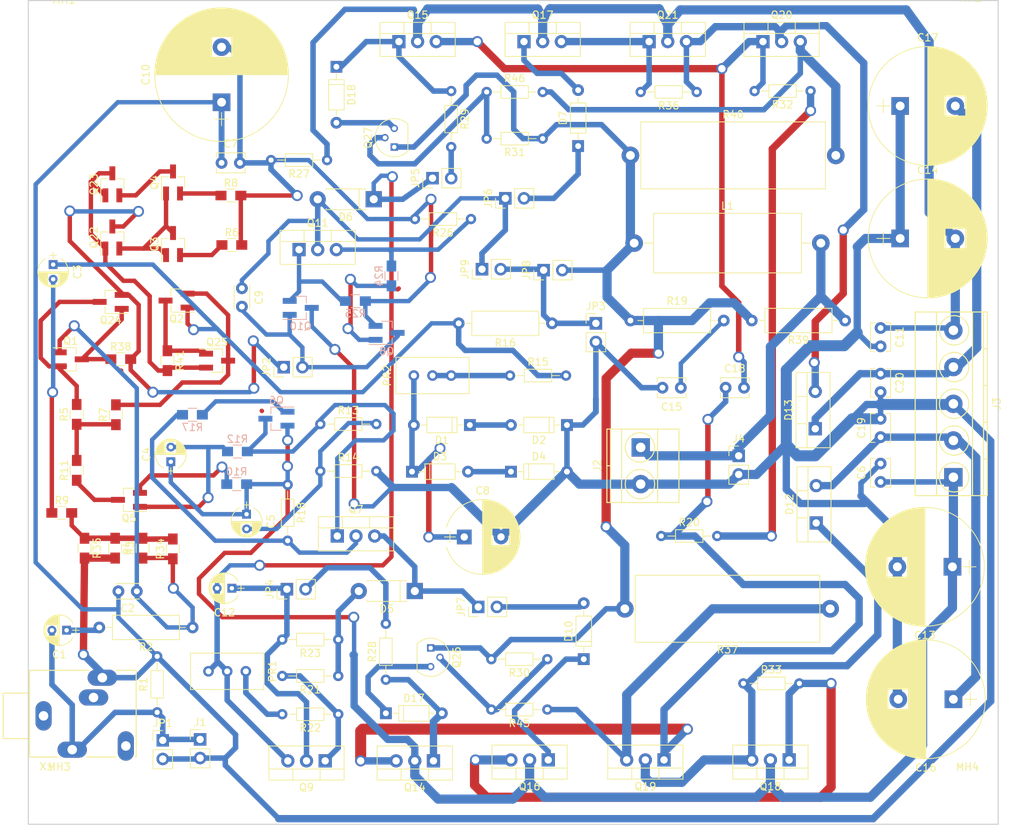
<source format=kicad_pcb>
(kicad_pcb (version 4) (host pcbnew 4.0.7)
  (layers (0 F.Cu mixed) (31 B.Cu mixed) (34 B.Paste user) (35 F.Paste user) (36 B.SilkS user) (37 F.SilkS user hide) (38 B.Mask user) (39 F.Mask user) (44 Edge.Cuts user))
  (net 0 "")
  (net 1 "Net-(C1-Pad1)")
  (net 2 "Net-(C1-Pad2)")
  (net 3 "Net-(C2-Pad1)")
  (net 4 GND)
  (net 5 "Net-(C3-Pad1)")
  (net 6 "Net-(C3-Pad2)")
  (net 7 "Net-(C4-Pad2)")
  (net 8 "Net-(C5-Pad2)")
  (net 9 "Net-(C10-Pad2)")
  (net 10 "Net-(C8-Pad1)")
  (net 11 "Net-(C9-Pad1)")
  (net 12 "Net-(C9-Pad2)")
  (net 13 "Net-(C12-Pad1)")
  (net 14 "Net-(C12-Pad2)")
  (net 15 "Net-(C15-Pad1)")
  (net 16 +VCC_15V)
  (net 17 VEE_-15V)
  (net 18 "Net-(C18-Pad1)")
  (net 19 "Net-(C18-Pad2)")
  (net 20 "Net-(D1-Pad1)")
  (net 21 "Net-(D3-Pad2)")
  (net 22 "Net-(D10-Pad2)")
  (net 23 "Net-(D5-Pad2)")
  (net 24 "Net-(D7-Pad2)")
  (net 25 "Net-(D10-Pad1)")
  (net 26 "Net-(D12-Pad1)")
  (net 27 "Net-(D13-Pad2)")
  (net 28 "Net-(D17-Pad1)")
  (net 29 "Net-(D17-Pad2)")
  (net 30 "Net-(D18-Pad1)")
  (net 31 "Net-(D18-Pad2)")
  (net 32 +VCC_40V)
  (net 33 VEE_-40V)
  (net 34 "Net-(J2-Pad1)")
  (net 35 "Net-(JP2-Pad1)")
  (net 36 "Net-(PR1-Pad1)")
  (net 37 "Net-(PR2-Pad2)")
  (net 38 "Net-(Q1-Pad2)")
  (net 39 "Net-(Q1-Pad3)")
  (net 40 "Net-(Q2-Pad2)")
  (net 41 "Net-(Q2-Pad3)")
  (net 42 "Net-(Q22-Pad2)")
  (net 43 "Net-(Q3-Pad2)")
  (net 44 "Net-(Q4-Pad2)")
  (net 45 "Net-(Q23-Pad2)")
  (net 46 "Net-(Q5-Pad2)")
  (net 47 "Net-(Q5-Pad3)")
  (net 48 "Net-(Q6-Pad1)")
  (net 49 "Net-(Q6-Pad3)")
  (net 50 "Net-(Q8-Pad1)")
  (net 51 "Net-(Q9-Pad1)")
  (net 52 "Net-(Q10-Pad2)")
  (net 53 "Net-(Q11-Pad3)")
  (net 54 "Net-(Q16-Pad3)")
  (net 55 "Net-(Q17-Pad3)")
  (net 56 "Net-(Q19-Pad3)")
  (net 57 "Net-(Q20-Pad3)")
  (net 58 "Net-(Q22-Pad1)")
  (net 59 "Net-(Q26-Pad2)")
  (net 60 "Net-(Q27-Pad2)")
  (net 61 "Net-(R3-Pad2)")
  (net 62 "Net-(R11-Pad2)")
  (net 63 "Net-(R20-Pad2)")
  (net 64 "Net-(D5-Pad1)")
  (net 65 "Net-(D7-Pad1)")
  (net 66 "Net-(JP4-Pad2)")
  (net 67 "Net-(JP5-Pad2)")
  (net 68 "Net-(JP8-Pad2)")
  (net 69 "Net-(JP3-Pad1)")
  (net 70 "Net-(Q7-Pad3)")
  (module Resistors_THT:R_Axial_DIN0204_L3.6mm_D1.6mm_P7.62mm_Horizontal (layer F.Cu) (at 90.1446 93.345 270)
    (fp_text reference R18 (at 3.81 -1.86 270) (layer F.SilkS))
    (fp_text value 33)
    (pad 1 thru_hole circle (at 0 0 270) (size 1.4 1.4) (drill 0.7) (layers *.Cu *.Mask) (net 32 +VCC_40V))
    (pad 2 thru_hole oval (at 7.62 0 270) (size 1.4 1.4) (drill 0.7) (layers *.Cu *.Mask) (net 70 "Net-(Q7-Pad3)"))
  )
  (module TO_SOT_Packages_SMD:SOT-23_Handsoldering (layer F.Cu) (at 80.5434 76.454)
    (fp_text reference Q25 (at 0 -2.5) (layer F.SilkS))
    (fp_text value BC846)
    (pad 1 smd rect (at -1.5 -0.95) (size 1.9 0.8) (layers F.Cu F.Paste F.Mask) (net 41 "Net-(Q2-Pad3)"))
    (pad 2 smd rect (at -1.5 0.95) (size 1.9 0.8) (layers F.Cu F.Paste F.Mask) (net 58 "Net-(Q22-Pad1)"))
    (pad 3 smd rect (at 1.5 0) (size 1.9 0.8) (layers F.Cu F.Paste F.Mask) (net 40 "Net-(Q2-Pad2)"))
  )
  (module Capacitors_THT:CP_Radial_D4.0mm_P2.00mm (layer F.Cu) (at 60.071 113.157 180)
    (fp_text reference C1 (at 1 -3.31 180) (layer F.SilkS))
    (fp_text value 47u)
    (pad 1 thru_hole rect (at 0 0 180) (size 1.2 1.2) (drill 0.6) (layers *.Cu *.Mask) (net 1 "Net-(C1-Pad1)"))
    (pad 2 thru_hole circle (at 2 0 180) (size 1.2 1.2) (drill 0.6) (layers *.Cu *.Mask) (net 2 "Net-(C1-Pad2)"))
  )
  (module Capacitors_THT:C_Disc_D3.0mm_W2.0mm_P2.50mm (layer F.Cu) (at 69.6214 107.8484 180)
    (fp_text reference C2 (at 1.25 -2.31 180) (layer F.SilkS))
    (fp_text value 0.3n)
    (pad 1 thru_hole circle (at 0 0 180) (size 1.6 1.6) (drill 0.8) (layers *.Cu *.Mask) (net 3 "Net-(C2-Pad1)"))
    (pad 2 thru_hole circle (at 2.5 0 180) (size 1.6 1.6) (drill 0.8) (layers *.Cu *.Mask) (net 4 GND))
  )
  (module Capacitors_THT:CP_Radial_D4.0mm_P2.00mm (layer F.Cu) (at 58.2422 63.373 270)
    (fp_text reference C3 (at 1 -3.31 270) (layer F.SilkS))
    (fp_text value 100u)
    (pad 1 thru_hole rect (at 0 0 270) (size 1.2 1.2) (drill 0.6) (layers *.Cu *.Mask) (net 5 "Net-(C3-Pad1)"))
    (pad 2 thru_hole circle (at 2 0 270) (size 1.2 1.2) (drill 0.6) (layers *.Cu *.Mask) (net 6 "Net-(C3-Pad2)"))
  )
  (module Capacitors_THT:CP_Radial_D4.0mm_P2.00mm (layer F.Cu) (at 74.2442 90.2208 90)
    (fp_text reference C4 (at 1 -3.31 90) (layer F.SilkS))
    (fp_text value 47u)
    (pad 1 thru_hole rect (at 0 0 90) (size 1.2 1.2) (drill 0.6) (layers *.Cu *.Mask) (net 32 +VCC_40V))
    (pad 2 thru_hole circle (at 2 0 90) (size 1.2 1.2) (drill 0.6) (layers *.Cu *.Mask) (net 7 "Net-(C4-Pad2)"))
  )
  (module Capacitors_THT:CP_Radial_D4.0mm_P2.00mm (layer F.Cu) (at 84.5566 97.3582 270)
    (fp_text reference C5 (at 1 -3.31 270) (layer F.SilkS))
    (fp_text value 47u)
    (pad 1 thru_hole rect (at 0 0 270) (size 1.2 1.2) (drill 0.6) (layers *.Cu *.Mask) (net 32 +VCC_40V))
    (pad 2 thru_hole circle (at 2 0 270) (size 1.2 1.2) (drill 0.6) (layers *.Cu *.Mask) (net 8 "Net-(C5-Pad2)"))
  )
  (module Capacitors_THT:C_Disc_D3.8mm_W2.6mm_P2.50mm (layer F.Cu) (at 170.815 92.964 90)
    (fp_text reference C6 (at 1.25 -2.61 90) (layer F.SilkS))
    (fp_text value 100n)
    (pad 1 thru_hole circle (at 0 0 90) (size 1.6 1.6) (drill 0.8) (layers *.Cu *.Mask) (net 32 +VCC_40V))
    (pad 2 thru_hole circle (at 2.5 0 90) (size 1.6 1.6) (drill 0.8) (layers *.Cu *.Mask) (net 4 GND))
  )
  (module Capacitors_THT:C_Disc_D3.8mm_W2.6mm_P2.50mm (layer F.Cu) (at 81.153 49.53)
    (fp_text reference C7 (at 1.25 -2.61) (layer F.SilkS))
    (fp_text value 100n)
    (pad 1 thru_hole circle (at 0 0) (size 1.6 1.6) (drill 0.8) (layers *.Cu *.Mask) (net 4 GND))
    (pad 2 thru_hole circle (at 2.5 0) (size 1.6 1.6) (drill 0.8) (layers *.Cu *.Mask) (net 9 "Net-(C10-Pad2)"))
  )
  (module Capacitors_THT:CP_Radial_D10.0mm_P5.00mm (layer F.Cu) (at 114.173 100.457)
    (fp_text reference C8 (at 2.5 -6.31) (layer F.SilkS))
    (fp_text value 1000u)
    (pad 1 thru_hole rect (at 0 0) (size 2 2) (drill 1) (layers *.Cu *.Mask) (net 10 "Net-(C8-Pad1)"))
    (pad 2 thru_hole circle (at 5 0) (size 2 2) (drill 1) (layers *.Cu *.Mask) (net 4 GND))
  )
  (module Capacitors_THT:C_Disc_D3.0mm_W2.0mm_P2.50mm (layer F.Cu) (at 83.9216 66.5988 270)
    (fp_text reference C9 (at 1.25 -2.31 270) (layer F.SilkS))
    (fp_text value 33p)
    (pad 1 thru_hole circle (at 0 0 270) (size 1.6 1.6) (drill 0.8) (layers *.Cu *.Mask) (net 11 "Net-(C9-Pad1)"))
    (pad 2 thru_hole circle (at 2.5 0 270) (size 1.6 1.6) (drill 0.8) (layers *.Cu *.Mask) (net 12 "Net-(C9-Pad2)"))
  )
  (module Capacitors_THT:CP_Radial_D18.0mm_P7.50mm (layer F.Cu) (at 81.153 41.275 90)
    (fp_text reference C10 (at 3.75 -10.31 90) (layer F.SilkS))
    (fp_text value 1000u)
    (pad 1 thru_hole rect (at 0 0 90) (size 2.4 2.4) (drill 1.2) (layers *.Cu *.Mask) (net 4 GND))
    (pad 2 thru_hole circle (at 7.5 0 90) (size 2.4 2.4) (drill 1.2) (layers *.Cu *.Mask) (net 9 "Net-(C10-Pad2)"))
  )
  (module Capacitors_THT:C_Disc_D3.8mm_W2.6mm_P2.50mm (layer F.Cu) (at 170.815 72.009 270)
    (fp_text reference C11 (at 1.25 -2.61 270) (layer F.SilkS))
    (fp_text value 100n)
    (pad 1 thru_hole circle (at 0 0 270) (size 1.6 1.6) (drill 0.8) (layers *.Cu *.Mask) (net 33 VEE_-40V))
    (pad 2 thru_hole circle (at 2.5 0 270) (size 1.6 1.6) (drill 0.8) (layers *.Cu *.Mask) (net 4 GND))
  )
  (module Capacitors_THT:CP_Radial_D4.0mm_P2.00mm (layer F.Cu) (at 82.55 107.442 180)
    (fp_text reference C12 (at 1 -3.31 180) (layer F.SilkS))
    (fp_text value 47u)
    (pad 1 thru_hole rect (at 0 0 180) (size 1.2 1.2) (drill 0.6) (layers *.Cu *.Mask) (net 13 "Net-(C12-Pad1)"))
    (pad 2 thru_hole circle (at 2 0 180) (size 1.2 1.2) (drill 0.6) (layers *.Cu *.Mask) (net 14 "Net-(C12-Pad2)"))
  )
  (module Capacitors_THT:CP_Radial_D16.0mm_P7.50mm (layer F.Cu) (at 180.594 104.521 180)
    (fp_text reference C13 (at 3.75 -9.31 180) (layer F.SilkS))
    (fp_text value 220u)
    (pad 1 thru_hole rect (at 0 0 180) (size 2.4 2.4) (drill 1.2) (layers *.Cu *.Mask) (net 32 +VCC_40V))
    (pad 2 thru_hole circle (at 7.5 0 180) (size 2.4 2.4) (drill 1.2) (layers *.Cu *.Mask) (net 4 GND))
  )
  (module Capacitors_THT:CP_Radial_D16.0mm_P7.50mm (layer F.Cu) (at 173.482 59.817)
    (fp_text reference C14 (at 3.75 -9.31) (layer F.SilkS))
    (fp_text value 220u)
    (pad 1 thru_hole rect (at 0 0) (size 2.4 2.4) (drill 1.2) (layers *.Cu *.Mask) (net 4 GND))
    (pad 2 thru_hole circle (at 7.5 0) (size 2.4 2.4) (drill 1.2) (layers *.Cu *.Mask) (net 33 VEE_-40V))
  )
  (module Capacitors_THT:C_Disc_D3.8mm_W2.6mm_P2.50mm (layer F.Cu) (at 143.637 80.137 180)
    (fp_text reference C15 (at 1.25 -2.61 180) (layer F.SilkS))
    (fp_text value 100n)
    (pad 1 thru_hole circle (at 0 0 180) (size 1.6 1.6) (drill 0.8) (layers *.Cu *.Mask) (net 15 "Net-(C15-Pad1)"))
    (pad 2 thru_hole circle (at 2.5 0 180) (size 1.6 1.6) (drill 0.8) (layers *.Cu *.Mask) (net 4 GND))
  )
  (module Capacitors_THT:CP_Radial_D16.0mm_P7.50mm (layer F.Cu) (at 180.721 122.555 180)
    (fp_text reference C16 (at 3.75 -9.31 180) (layer F.SilkS))
    (fp_text value 220u)
    (pad 1 thru_hole rect (at 0 0 180) (size 2.4 2.4) (drill 1.2) (layers *.Cu *.Mask) (net 16 +VCC_15V))
    (pad 2 thru_hole circle (at 7.5 0 180) (size 2.4 2.4) (drill 1.2) (layers *.Cu *.Mask) (net 4 GND))
  )
  (module Capacitors_THT:CP_Radial_D16.0mm_P7.50mm (layer F.Cu) (at 173.482 41.783)
    (fp_text reference C17 (at 3.75 -9.31) (layer F.SilkS))
    (fp_text value 220u)
    (pad 1 thru_hole rect (at 0 0) (size 2.4 2.4) (drill 1.2) (layers *.Cu *.Mask) (net 4 GND))
    (pad 2 thru_hole circle (at 7.5 0) (size 2.4 2.4) (drill 1.2) (layers *.Cu *.Mask) (net 17 VEE_-15V))
  )
  (module Capacitors_THT:C_Disc_D3.8mm_W2.6mm_P2.50mm (layer F.Cu) (at 149.733 80.137)
    (fp_text reference C18 (at 1.25 -2.61) (layer F.SilkS))
    (fp_text value 100n)
    (pad 1 thru_hole circle (at 0 0) (size 1.6 1.6) (drill 0.8) (layers *.Cu *.Mask) (net 18 "Net-(C18-Pad1)"))
    (pad 2 thru_hole circle (at 2.5 0) (size 1.6 1.6) (drill 0.8) (layers *.Cu *.Mask) (net 19 "Net-(C18-Pad2)"))
  )
  (module Capacitors_THT:C_Disc_D3.8mm_W2.6mm_P2.50mm (layer F.Cu) (at 170.815 86.868 90)
    (fp_text reference C19 (at 1.25 -2.61 90) (layer F.SilkS))
    (fp_text value 100n)
    (pad 1 thru_hole circle (at 0 0 90) (size 1.6 1.6) (drill 0.8) (layers *.Cu *.Mask) (net 16 +VCC_15V))
    (pad 2 thru_hole circle (at 2.5 0 90) (size 1.6 1.6) (drill 0.8) (layers *.Cu *.Mask) (net 4 GND))
  )
  (module Capacitors_THT:C_Disc_D3.8mm_W2.6mm_P2.50mm (layer F.Cu) (at 170.815 78.232 270)
    (fp_text reference C20 (at 1.25 -2.61 270) (layer F.SilkS))
    (fp_text value 100n)
    (pad 1 thru_hole circle (at 0 0 270) (size 1.6 1.6) (drill 0.8) (layers *.Cu *.Mask) (net 17 VEE_-15V))
    (pad 2 thru_hole circle (at 2.5 0 270) (size 1.6 1.6) (drill 0.8) (layers *.Cu *.Mask) (net 4 GND))
  )
  (module Diodes_THT:D_DO-35_SOD27_P7.62mm_Horizontal (layer F.Cu) (at 114.935 85.217 180)
    (fp_text reference D1 (at 3.81 -2.06 180) (layer F.SilkS))
    (fp_text value 1N4148)
    (pad 1 thru_hole rect (at 0 0 180) (size 1.6 1.6) (drill 0.8) (layers *.Cu *.Mask) (net 20 "Net-(D1-Pad1)"))
    (pad 2 thru_hole oval (at 7.62 0 180) (size 1.6 1.6) (drill 0.8) (layers *.Cu *.Mask) (net 10 "Net-(C8-Pad1)"))
  )
  (module Diodes_THT:D_DO-35_SOD27_P7.62mm_Horizontal (layer F.Cu) (at 128.143 85.217 180)
    (fp_text reference D2 (at 3.81 -2.06 180) (layer F.SilkS))
    (fp_text value 1N4148)
    (pad 1 thru_hole rect (at 0 0 180) (size 1.6 1.6) (drill 0.8) (layers *.Cu *.Mask) (net 4 GND))
    (pad 2 thru_hole oval (at 7.62 0 180) (size 1.6 1.6) (drill 0.8) (layers *.Cu *.Mask) (net 20 "Net-(D1-Pad1)"))
  )
  (module Diodes_THT:D_DO-35_SOD27_P7.62mm_Horizontal (layer F.Cu) (at 107.061 91.567)
    (fp_text reference D3 (at 3.81 -2.06) (layer F.SilkS))
    (fp_text value 1N4148)
    (pad 1 thru_hole rect (at 0 0) (size 1.6 1.6) (drill 0.8) (layers *.Cu *.Mask) (net 10 "Net-(C8-Pad1)"))
    (pad 2 thru_hole oval (at 7.62 0) (size 1.6 1.6) (drill 0.8) (layers *.Cu *.Mask) (net 21 "Net-(D3-Pad2)"))
  )
  (module Diodes_THT:D_DO-35_SOD27_P7.62mm_Horizontal (layer F.Cu) (at 120.523 91.567)
    (fp_text reference D4 (at 3.81 -2.06) (layer F.SilkS))
    (fp_text value 1N4148)
    (pad 1 thru_hole rect (at 0 0) (size 1.6 1.6) (drill 0.8) (layers *.Cu *.Mask) (net 21 "Net-(D3-Pad2)"))
    (pad 2 thru_hole oval (at 7.62 0) (size 1.6 1.6) (drill 0.8) (layers *.Cu *.Mask) (net 4 GND))
  )
  (module Diodes_THT:D_DO-41_SOD81_P7.62mm_Horizontal (layer F.Cu) (at 107.442 107.823 180)
    (fp_text reference D5 (at 3.81 -2.41 180) (layer F.SilkS))
    (fp_text value 1N4728)
    (pad 1 thru_hole rect (at 0 0 180) (size 2.2 2.2) (drill 1.1) (layers *.Cu *.Mask) (net 64 "Net-(D5-Pad1)"))
    (pad 2 thru_hole oval (at 7.62 0 180) (size 2.2 2.2) (drill 1.1) (layers *.Cu *.Mask) (net 23 "Net-(D5-Pad2)"))
  )
  (module Diodes_THT:D_DO-41_SOD81_P7.62mm_Horizontal (layer F.Cu) (at 101.854 54.483 180)
    (fp_text reference D6 (at 3.81 -2.41 180) (layer F.SilkS))
    (fp_text value 1N4728)
    (pad 1 thru_hole rect (at 0 0 180) (size 2.2 2.2) (drill 1.1) (layers *.Cu *.Mask) (net 14 "Net-(C12-Pad2)"))
    (pad 2 thru_hole oval (at 7.62 0 180) (size 2.2 2.2) (drill 1.1) (layers *.Cu *.Mask) (net 11 "Net-(C9-Pad1)"))
  )
  (module Diodes_THT:D_DO-35_SOD27_P7.62mm_Horizontal (layer F.Cu) (at 129.667 47.244 90)
    (fp_text reference D7 (at 3.81 -2.06 90) (layer F.SilkS))
    (fp_text value 1N4148)
    (pad 1 thru_hole rect (at 0 0 90) (size 1.6 1.6) (drill 0.8) (layers *.Cu *.Mask) (net 65 "Net-(D7-Pad1)"))
    (pad 2 thru_hole oval (at 7.62 0 90) (size 1.6 1.6) (drill 0.8) (layers *.Cu *.Mask) (net 24 "Net-(D7-Pad2)"))
  )
  (module Diodes_THT:D_DO-35_SOD27_P7.62mm_Horizontal (layer F.Cu) (at 130.429 117.094 90)
    (fp_text reference D10 (at 3.81 -2.06 90) (layer F.SilkS))
    (fp_text value 1N4148)
    (pad 1 thru_hole rect (at 0 0 90) (size 1.6 1.6) (drill 0.8) (layers *.Cu *.Mask) (net 25 "Net-(D10-Pad1)"))
    (pad 2 thru_hole oval (at 7.62 0 90) (size 1.6 1.6) (drill 0.8) (layers *.Cu *.Mask) (net 22 "Net-(D10-Pad2)"))
  )
  (module TO_SOT_Packages_THT:TO-220-2_Vertical (layer F.Cu) (at 162.052 98.552 90)
    (fp_text reference D12 (at 2.54 -3.62 90) (layer F.SilkS))
    (fp_text value MUR860)
    (pad 1 thru_hole rect (at 0 0 90) (size 1.8 1.8) (drill 1) (layers *.Cu *.Mask) (net 26 "Net-(D12-Pad1)"))
    (pad 2 thru_hole oval (at 5.08 0 90) (size 1.8 1.8) (drill 1) (layers *.Cu *.Mask) (net 16 +VCC_15V))
  )
  (module TO_SOT_Packages_THT:TO-220-2_Vertical (layer F.Cu) (at 161.925 85.725 90)
    (fp_text reference D13 (at 2.54 -3.62 90) (layer F.SilkS))
    (fp_text value MUR860)
    (pad 1 thru_hole rect (at 0 0 90) (size 1.8 1.8) (drill 1) (layers *.Cu *.Mask) (net 17 VEE_-15V))
    (pad 2 thru_hole oval (at 5.08 0 90) (size 1.8 1.8) (drill 1) (layers *.Cu *.Mask) (net 27 "Net-(D13-Pad2)"))
  )
  (module Diodes_THT:D_DO-35_SOD27_P7.62mm_Horizontal (layer F.Cu) (at 103.505 124.46)
    (fp_text reference D17 (at 3.81 -2.06) (layer F.SilkS))
    (fp_text value 1N4148)
    (pad 1 thru_hole rect (at 0 0) (size 1.6 1.6) (drill 0.8) (layers *.Cu *.Mask) (net 28 "Net-(D17-Pad1)"))
    (pad 2 thru_hole oval (at 7.62 0) (size 1.6 1.6) (drill 0.8) (layers *.Cu *.Mask) (net 29 "Net-(D17-Pad2)"))
  )
  (module Diodes_THT:D_DO-35_SOD27_P7.62mm_Horizontal (layer F.Cu) (at 96.774 36.449 270)
    (fp_text reference D18 (at 3.81 -2.06 270) (layer F.SilkS))
    (fp_text value 1N4148)
    (pad 1 thru_hole rect (at 0 0 270) (size 1.6 1.6) (drill 0.8) (layers *.Cu *.Mask) (net 30 "Net-(D18-Pad1)"))
    (pad 2 thru_hole oval (at 7.62 0 270) (size 1.6 1.6) (drill 0.8) (layers *.Cu *.Mask) (net 31 "Net-(D18-Pad2)"))
  )
  (module Pin_Headers:Pin_Header_Straight_1x02_Pitch2.54mm (layer F.Cu) (at 78.232 128.016)
    (fp_text reference J1 (at 0 -2.33) (layer F.SilkS))
    (fp_text value Conn_IN)
    (pad 1 thru_hole rect (at 0 0) (size 1.7 1.7) (drill 1) (layers *.Cu *.Mask) (net 2 "Net-(C1-Pad2)"))
    (pad 2 thru_hole oval (at 0 2.54) (size 1.7 1.7) (drill 1) (layers *.Cu *.Mask) (net 4 GND))
  )
  (module TerminalBlocks_Phoenix:TerminalBlock_Phoenix_MKDS1.5-2pol (layer F.Cu) (at 138.176 88.265 270)
    (fp_text reference J2 (at 2.5 5.9 270) (layer F.SilkS))
    (fp_text value LOAD_CONN)
    (pad 1 thru_hole rect (at 0 0 270) (size 2.5 2.5) (drill 1.3) (layers *.Cu *.Mask) (net 34 "Net-(J2-Pad1)"))
    (pad 2 thru_hole circle (at 5 0 270) (size 2.5 2.5) (drill 1.3) (layers *.Cu *.Mask) (net 4 GND))
  )
  (module TerminalBlocks_Phoenix:TerminalBlock_Phoenix_MKDS1.5-5pol (layer F.Cu) (at 180.721 92.329 90)
    (fp_text reference J3 (at 10 5.9 90) (layer F.SilkS))
    (fp_text value SUPPLY_CONN)
    (pad 5 thru_hole circle (at 20 0 90) (size 2.5 2.5) (drill 1.3) (layers *.Cu *.Mask) (net 33 VEE_-40V))
    (pad 4 thru_hole circle (at 15 0 90) (size 2.5 2.5) (drill 1.3) (layers *.Cu *.Mask) (net 17 VEE_-15V))
    (pad 3 thru_hole circle (at 10 0 90) (size 2.5 2.5) (drill 1.3) (layers *.Cu *.Mask) (net 4 GND))
    (pad 1 thru_hole rect (at 0 0 90) (size 2.5 2.5) (drill 1.3) (layers *.Cu *.Mask) (net 32 +VCC_40V))
    (pad 2 thru_hole circle (at 5 0 90) (size 2.5 2.5) (drill 1.3) (layers *.Cu *.Mask) (net 16 +VCC_15V))
  )
  (module Pin_Headers:Pin_Header_Straight_1x02_Pitch2.54mm (layer F.Cu) (at 73.152 128.143)
    (fp_text reference JP1 (at 0 -2.33) (layer F.SilkS))
    (fp_text value Jumper_NO_Small)
    (pad 1 thru_hole rect (at 0 0) (size 1.7 1.7) (drill 1) (layers *.Cu *.Mask) (net 2 "Net-(C1-Pad2)"))
    (pad 2 thru_hole oval (at 0 2.54) (size 1.7 1.7) (drill 1) (layers *.Cu *.Mask) (net 4 GND))
  )
  (module Pin_Headers:Pin_Header_Straight_1x02_Pitch2.54mm (layer F.Cu) (at 89.6112 77.343 90)
    (fp_text reference JP2 (at 0 -2.33 90) (layer F.SilkS))
    (fp_text value Diff_Stage_Jumper)
    (pad 1 thru_hole rect (at 0 0 90) (size 1.7 1.7) (drill 1) (layers *.Cu *.Mask) (net 35 "Net-(JP2-Pad1)"))
    (pad 2 thru_hole oval (at 0 2.54 90) (size 1.7 1.7) (drill 1) (layers *.Cu *.Mask) (net 12 "Net-(C9-Pad2)"))
  )
  (module Pin_Headers:Pin_Header_Straight_1x02_Pitch2.54mm (layer F.Cu) (at 132.08 71.374)
    (fp_text reference JP3 (at 0 -2.33) (layer F.SilkS))
    (fp_text value Jumper_Q2)
    (pad 1 thru_hole rect (at 0 0) (size 1.7 1.7) (drill 1) (layers *.Cu *.Mask) (net 69 "Net-(JP3-Pad1)"))
    (pad 2 thru_hole oval (at 0 2.54) (size 1.7 1.7) (drill 1) (layers *.Cu *.Mask) (net 4 GND))
  )
  (module Pin_Headers:Pin_Header_Straight_1x02_Pitch2.54mm (layer F.Cu) (at 90.043 107.569 90)
    (fp_text reference JP4 (at 0 -2.33 90) (layer F.SilkS))
    (fp_text value Low_Pos_Jumper)
    (pad 1 thru_hole rect (at 0 0 90) (size 1.7 1.7) (drill 1) (layers *.Cu *.Mask) (net 13 "Net-(C12-Pad1)"))
    (pad 2 thru_hole oval (at 0 2.54 90) (size 1.7 1.7) (drill 1) (layers *.Cu *.Mask) (net 66 "Net-(JP4-Pad2)"))
  )
  (module Potentiometers:Potentiometer_Trimmer_Suntan_TSR-3386C_Vertical (layer F.Cu) (at 84.455 118.745 270)
    (fp_text reference PR1 (at 0 -3.625 270) (layer F.SilkS))
    (fp_text value 1k)
    (pad 3 thru_hole circle (at 0 5.08 270) (size 1.44 1.44) (drill 0.8) (layers *.Cu *.Mask) (net 14 "Net-(C12-Pad2)"))
    (pad 2 thru_hole circle (at 0 2.54 270) (size 1.44 1.44) (drill 0.8) (layers *.Cu *.Mask) (net 14 "Net-(C12-Pad2)"))
    (pad 1 thru_hole circle (at 0 0 270) (size 1.44 1.44) (drill 0.8) (layers *.Cu *.Mask) (net 36 "Net-(PR1-Pad1)"))
  )
  (module Potentiometers:Potentiometer_Trimmer_Suntan_TSR-3386C_Vertical (layer F.Cu) (at 107.315 78.486 90)
    (fp_text reference PR2 (at 0 -3.625 90) (layer F.SilkS))
    (fp_text value 100)
    (pad 3 thru_hole circle (at 0 5.08 90) (size 1.44 1.44) (drill 0.8) (layers *.Cu *.Mask) (net 37 "Net-(PR2-Pad2)"))
    (pad 2 thru_hole circle (at 0 2.54 90) (size 1.44 1.44) (drill 0.8) (layers *.Cu *.Mask) (net 37 "Net-(PR2-Pad2)"))
    (pad 1 thru_hole circle (at 0 0 90) (size 1.44 1.44) (drill 0.8) (layers *.Cu *.Mask) (net 10 "Net-(C8-Pad1)"))
  )
  (module TO_SOT_Packages_SMD:SOT-23_Handsoldering (layer F.Cu) (at 60.6298 76.2762)
    (fp_text reference Q1 (at 0 -2.5) (layer F.SilkS))
    (fp_text value BC856)
    (pad 1 smd rect (at -1.5 -0.95) (size 1.9 0.8) (layers F.Cu F.Paste F.Mask) (net 3 "Net-(C2-Pad1)"))
    (pad 2 smd rect (at -1.5 0.95) (size 1.9 0.8) (layers F.Cu F.Paste F.Mask) (net 38 "Net-(Q1-Pad2)"))
    (pad 3 smd rect (at 1.5 0) (size 1.9 0.8) (layers F.Cu F.Paste F.Mask) (net 39 "Net-(Q1-Pad3)"))
  )
  (module TO_SOT_Packages_SMD:SOT-23_Handsoldering (layer F.Cu) (at 75.0316 68.2752 180)
    (fp_text reference Q2 (at 0 -2.5 180) (layer F.SilkS))
    (fp_text value BC856)
    (pad 1 smd rect (at -1.5 -0.95 180) (size 1.9 0.8) (layers F.Cu F.Paste F.Mask) (net 5 "Net-(C3-Pad1)"))
    (pad 2 smd rect (at -1.5 0.95 180) (size 1.9 0.8) (layers F.Cu F.Paste F.Mask) (net 40 "Net-(Q2-Pad2)"))
    (pad 3 smd rect (at 1.5 0 180) (size 1.9 0.8) (layers F.Cu F.Paste F.Mask) (net 41 "Net-(Q2-Pad3)"))
  )
  (module TO_SOT_Packages_SMD:SOT-23_Handsoldering (layer F.Cu) (at 74.549 60.579 90)
    (fp_text reference Q3 (at 0 -2.5 90) (layer F.SilkS))
    (fp_text value BC846)
    (pad 1 smd rect (at -1.5 -0.95 90) (size 1.9 0.8) (layers F.Cu F.Paste F.Mask) (net 42 "Net-(Q22-Pad2)"))
    (pad 2 smd rect (at -1.5 0.95 90) (size 1.9 0.8) (layers F.Cu F.Paste F.Mask) (net 43 "Net-(Q3-Pad2)"))
    (pad 3 smd rect (at 1.5 0 90) (size 1.9 0.8) (layers F.Cu F.Paste F.Mask) (net 42 "Net-(Q22-Pad2)"))
  )
  (module TO_SOT_Packages_SMD:SOT-23_Handsoldering (layer F.Cu) (at 74.549 52.197 90)
    (fp_text reference Q4 (at 0 -2.5 90) (layer F.SilkS))
    (fp_text value BC846)
    (pad 1 smd rect (at -1.5 -0.95 90) (size 1.9 0.8) (layers F.Cu F.Paste F.Mask) (net 42 "Net-(Q22-Pad2)"))
    (pad 2 smd rect (at -1.5 0.95 90) (size 1.9 0.8) (layers F.Cu F.Paste F.Mask) (net 44 "Net-(Q4-Pad2)"))
    (pad 3 smd rect (at 1.5 0 90) (size 1.9 0.8) (layers F.Cu F.Paste F.Mask) (net 45 "Net-(Q23-Pad2)"))
  )
  (module TO_SOT_Packages_SMD:SOT-23_Handsoldering (layer F.Cu) (at 68.5546 95.4024 180)
    (fp_text reference Q5 (at 0 -2.5 180) (layer F.SilkS))
    (fp_text value BC856)
    (pad 1 smd rect (at -1.5 -0.95 180) (size 1.9 0.8) (layers F.Cu F.Paste F.Mask) (net 7 "Net-(C4-Pad2)"))
    (pad 2 smd rect (at -1.5 0.95 180) (size 1.9 0.8) (layers F.Cu F.Paste F.Mask) (net 46 "Net-(Q5-Pad2)"))
    (pad 3 smd rect (at 1.5 0 180) (size 1.9 0.8) (layers F.Cu F.Paste F.Mask) (net 47 "Net-(Q5-Pad3)"))
  )
  (module TO_SOT_Packages_SMD:SOT-23_Handsoldering (layer B.Cu) (at 88.6206 84.3534 180)
    (fp_text reference Q6 (at 0 2.5 180) (layer B.SilkS) (effects (justify mirror)))
    (fp_text value BC856)
    (pad 1 smd rect (at -1.5 0.95 180) (size 1.9 0.8) (layers B.Cu B.Paste B.Mask) (net 48 "Net-(Q6-Pad1)"))
    (pad 2 smd rect (at -1.5 -0.95 180) (size 1.9 0.8) (layers B.Cu B.Paste B.Mask) (net 32 +VCC_40V))
    (pad 3 smd rect (at 1.5 0 180) (size 1.9 0.8) (layers B.Cu B.Paste B.Mask) (net 49 "Net-(Q6-Pad3)"))
  )
  (module TO_SOT_Packages_SMD:SOT-23_Handsoldering (layer B.Cu) (at 103.6066 72.6694)
    (fp_text reference Q8 (at 0 2.5) (layer B.SilkS) (effects (justify mirror)))
    (fp_text value BC846)
    (pad 1 smd rect (at -1.5 0.95) (size 1.9 0.8) (layers B.Cu B.Paste B.Mask) (net 50 "Net-(Q8-Pad1)"))
    (pad 2 smd rect (at -1.5 -0.95) (size 1.9 0.8) (layers B.Cu B.Paste B.Mask) (net 9 "Net-(C10-Pad2)"))
    (pad 3 smd rect (at 1.5 0) (size 1.9 0.8) (layers B.Cu B.Paste B.Mask) (net 12 "Net-(C9-Pad2)"))
  )
  (module TO_SOT_Packages_SMD:SOT-23_Handsoldering (layer B.Cu) (at 91.9226 69.2658)
    (fp_text reference Q10 (at 0 2.5) (layer B.SilkS) (effects (justify mirror)))
    (fp_text value BC846)
    (pad 1 smd rect (at -1.5 0.95) (size 1.9 0.8) (layers B.Cu B.Paste B.Mask) (net 12 "Net-(C9-Pad2)"))
    (pad 2 smd rect (at -1.5 -0.95) (size 1.9 0.8) (layers B.Cu B.Paste B.Mask) (net 52 "Net-(Q10-Pad2)"))
    (pad 3 smd rect (at 1.5 0) (size 1.9 0.8) (layers B.Cu B.Paste B.Mask) (net 4 GND))
  )
  (module TO_SOT_Packages_THT:TO-220-3_Vertical (layer F.Cu) (at 158.369 130.81 180)
    (fp_text reference Q18 (at 2.54 -3.62 180) (layer F.SilkS))
    (fp_text value 2SC5200)
    (pad 1 thru_hole rect (at 0 0 180) (size 1.8 1.8) (drill 1) (layers *.Cu *.Mask) (net 54 "Net-(Q16-Pad3)"))
    (pad 2 thru_hole oval (at 2.54 0 180) (size 1.8 1.8) (drill 1) (layers *.Cu *.Mask) (net 32 +VCC_40V))
    (pad 3 thru_hole oval (at 5.08 0 180) (size 1.8 1.8) (drill 1) (layers *.Cu *.Mask) (net 26 "Net-(D12-Pad1)"))
  )
  (module TO_SOT_Packages_THT:TO-220-3_Vertical (layer F.Cu) (at 141.351 130.81 180)
    (fp_text reference Q19 (at 2.54 -3.62 180) (layer F.SilkS))
    (fp_text value 2SC5200)
    (pad 1 thru_hole rect (at 0 0 180) (size 1.8 1.8) (drill 1) (layers *.Cu *.Mask) (net 18 "Net-(C18-Pad1)"))
    (pad 2 thru_hole oval (at 2.54 0 180) (size 1.8 1.8) (drill 1) (layers *.Cu *.Mask) (net 26 "Net-(D12-Pad1)"))
    (pad 3 thru_hole oval (at 5.08 0 180) (size 1.8 1.8) (drill 1) (layers *.Cu *.Mask) (net 56 "Net-(Q19-Pad3)"))
  )
  (module TO_SOT_Packages_THT:TO-220-3_Vertical (layer F.Cu) (at 154.813 33.02)
    (fp_text reference Q20 (at 2.54 -3.62) (layer F.SilkS))
    (fp_text value 2SA1943)
    (pad 1 thru_hole rect (at 0 0) (size 1.8 1.8) (drill 1) (layers *.Cu *.Mask) (net 19 "Net-(C18-Pad2)"))
    (pad 2 thru_hole oval (at 2.54 0) (size 1.8 1.8) (drill 1) (layers *.Cu *.Mask) (net 27 "Net-(D13-Pad2)"))
    (pad 3 thru_hole oval (at 5.08 0) (size 1.8 1.8) (drill 1) (layers *.Cu *.Mask) (net 57 "Net-(Q20-Pad3)"))
  )
  (module TO_SOT_Packages_THT:TO-220-3_Vertical (layer F.Cu) (at 139.319 33.02)
    (fp_text reference Q21 (at 2.54 -3.62) (layer F.SilkS))
    (fp_text value 2SA1943)
    (pad 1 thru_hole rect (at 0 0) (size 1.8 1.8) (drill 1) (layers *.Cu *.Mask) (net 55 "Net-(Q17-Pad3)"))
    (pad 2 thru_hole oval (at 2.54 0) (size 1.8 1.8) (drill 1) (layers *.Cu *.Mask) (net 33 VEE_-40V))
    (pad 3 thru_hole oval (at 5.08 0) (size 1.8 1.8) (drill 1) (layers *.Cu *.Mask) (net 27 "Net-(D13-Pad2)"))
  )
  (module TO_SOT_Packages_SMD:SOT-23_Handsoldering (layer F.Cu) (at 66.294 59.69 90)
    (fp_text reference Q22 (at 0 -2.5 90) (layer F.SilkS))
    (fp_text value BC846)
    (pad 1 smd rect (at -1.5 -0.95 90) (size 1.9 0.8) (layers F.Cu F.Paste F.Mask) (net 58 "Net-(Q22-Pad1)"))
    (pad 2 smd rect (at -1.5 0.95 90) (size 1.9 0.8) (layers F.Cu F.Paste F.Mask) (net 42 "Net-(Q22-Pad2)"))
    (pad 3 smd rect (at 1.5 0 90) (size 1.9 0.8) (layers F.Cu F.Paste F.Mask) (net 35 "Net-(JP2-Pad1)"))
  )
  (module TO_SOT_Packages_SMD:SOT-23_Handsoldering (layer F.Cu) (at 66.294 52.451 90)
    (fp_text reference Q23 (at 0 -2.5 90) (layer F.SilkS))
    (fp_text value BC846)
    (pad 1 smd rect (at -1.5 -0.95 90) (size 1.9 0.8) (layers F.Cu F.Paste F.Mask) (net 58 "Net-(Q22-Pad1)"))
    (pad 2 smd rect (at -1.5 0.95 90) (size 1.9 0.8) (layers F.Cu F.Paste F.Mask) (net 45 "Net-(Q23-Pad2)"))
    (pad 3 smd rect (at 1.5 0 90) (size 1.9 0.8) (layers F.Cu F.Paste F.Mask) (net 58 "Net-(Q22-Pad1)"))
  )
  (module TO_SOT_Packages_SMD:SOT-23_Handsoldering (layer F.Cu) (at 66.0654 68.453 180)
    (fp_text reference Q24 (at 0 -2.5 180) (layer F.SilkS))
    (fp_text value BC846)
    (pad 1 smd rect (at -1.5 -0.95 180) (size 1.9 0.8) (layers F.Cu F.Paste F.Mask) (net 39 "Net-(Q1-Pad3)"))
    (pad 2 smd rect (at -1.5 0.95 180) (size 1.9 0.8) (layers F.Cu F.Paste F.Mask) (net 35 "Net-(JP2-Pad1)"))
    (pad 3 smd rect (at 1.5 0 180) (size 1.9 0.8) (layers F.Cu F.Paste F.Mask) (net 38 "Net-(Q1-Pad2)"))
  )
  (module TO_SOT_Packages_THT:TO-92_Molded_Narrow (layer F.Cu) (at 109.601 115.57 270)
    (fp_text reference Q26 (at 1.27 -3.56 270) (layer F.SilkS))
    (fp_text value MPSA42)
    (pad 2 thru_hole circle (at 1.27 -1.27) (size 1 1) (drill 0.6) (layers *.Cu *.Mask) (net 59 "Net-(Q26-Pad2)"))
    (pad 3 thru_hole circle (at 2.54 0) (size 1 1) (drill 0.6) (layers *.Cu *.Mask) (net 28 "Net-(D17-Pad1)"))
    (pad 1 thru_hole rect (at 0 0) (size 1 1) (drill 0.6) (layers *.Cu *.Mask) (net 68 "Net-(JP8-Pad2)"))
  )
  (module TO_SOT_Packages_THT:TO-92_Molded_Narrow (layer F.Cu) (at 104.648 47.371 90)
    (fp_text reference Q27 (at 1.27 -3.56 90) (layer F.SilkS))
    (fp_text value MPSA92)
    (pad 2 thru_hole circle (at 1.27 -1.27 180) (size 1 1) (drill 0.6) (layers *.Cu *.Mask) (net 60 "Net-(Q27-Pad2)"))
    (pad 3 thru_hole circle (at 2.54 0 180) (size 1 1) (drill 0.6) (layers *.Cu *.Mask) (net 31 "Net-(D18-Pad2)"))
    (pad 1 thru_hole rect (at 0 0 180) (size 1 1) (drill 0.6) (layers *.Cu *.Mask) (net 68 "Net-(JP8-Pad2)"))
  )
  (module Resistors_THT:R_Axial_DIN0204_L3.6mm_D1.6mm_P7.62mm_Horizontal (layer F.Cu) (at 72.39 124.333 90)
    (fp_text reference R1 (at 3.81 -1.86 90) (layer F.SilkS))
    (fp_text value 100k)
    (pad 1 thru_hole circle (at 0 0 90) (size 1.4 1.4) (drill 0.7) (layers *.Cu *.Mask) (net 2 "Net-(C1-Pad2)"))
    (pad 2 thru_hole oval (at 7.62 0 90) (size 1.4 1.4) (drill 0.7) (layers *.Cu *.Mask) (net 4 GND))
  )
  (module Resistors_THT:R_Axial_DIN0309_L9.0mm_D3.2mm_P12.70mm_Horizontal (layer F.Cu) (at 77.216 112.776 180)
    (fp_text reference R2 (at 6.35 -2.66 180) (layer F.SilkS))
    (fp_text value 10)
    (pad 1 thru_hole circle (at 0 0 180) (size 1.6 1.6) (drill 0.8) (layers *.Cu *.Mask) (net 3 "Net-(C2-Pad1)"))
    (pad 2 thru_hole oval (at 12.7 0 180) (size 1.6 1.6) (drill 0.8) (layers *.Cu *.Mask) (net 1 "Net-(C1-Pad1)"))
  )
  (module Resistors_SMD:R_0805_HandSoldering (layer F.Cu) (at 61.4426 83.7692 90)
    (fp_text reference R5 (at 0 -1.7 90) (layer F.SilkS))
    (fp_text value 100)
    (pad 1 smd rect (at -1.35 0 90) (size 1.5 1.3) (layers F.Cu F.Paste F.Mask) (net 62 "Net-(R11-Pad2)"))
    (pad 2 smd rect (at 1.35 0 90) (size 1.5 1.3) (layers F.Cu F.Paste F.Mask) (net 38 "Net-(Q1-Pad2)"))
  )
  (module Resistors_SMD:R_0805_HandSoldering (layer F.Cu) (at 82.55 60.706)
    (fp_text reference R6 (at 0 -1.7) (layer F.SilkS))
    (fp_text value 68)
    (pad 1 smd rect (at -1.35 0) (size 1.5 1.3) (layers F.Cu F.Paste F.Mask) (net 43 "Net-(Q3-Pad2)"))
    (pad 2 smd rect (at 1.35 0) (size 1.5 1.3) (layers F.Cu F.Paste F.Mask) (net 9 "Net-(C10-Pad2)"))
  )
  (module Resistors_SMD:R_0805_HandSoldering (layer F.Cu) (at 66.7766 83.82 90)
    (fp_text reference R7 (at 0 -1.7 90) (layer F.SilkS))
    (fp_text value 100)
    (pad 1 smd rect (at -1.35 0 90) (size 1.5 1.3) (layers F.Cu F.Paste F.Mask) (net 62 "Net-(R11-Pad2)"))
    (pad 2 smd rect (at 1.35 0 90) (size 1.5 1.3) (layers F.Cu F.Paste F.Mask) (net 40 "Net-(Q2-Pad2)"))
  )
  (module Resistors_SMD:R_0805_HandSoldering (layer F.Cu) (at 82.423 53.975)
    (fp_text reference R8 (at 0 -1.7) (layer F.SilkS))
    (fp_text value 68)
    (pad 1 smd rect (at -1.35 0) (size 1.5 1.3) (layers F.Cu F.Paste F.Mask) (net 44 "Net-(Q4-Pad2)"))
    (pad 2 smd rect (at 1.35 0) (size 1.5 1.3) (layers F.Cu F.Paste F.Mask) (net 9 "Net-(C10-Pad2)"))
  )
  (module Resistors_SMD:R_0805_HandSoldering (layer F.Cu) (at 59.4106 97.1804)
    (fp_text reference R9 (at 0 -1.7) (layer F.SilkS))
    (fp_text value 100)
    (pad 1 smd rect (at -1.35 0) (size 1.5 1.3) (layers F.Cu F.Paste F.Mask) (net 6 "Net-(C3-Pad2)"))
    (pad 2 smd rect (at 1.35 0) (size 1.5 1.3) (layers F.Cu F.Paste F.Mask) (net 61 "Net-(R3-Pad2)"))
  )
  (module Resistors_SMD:R_0805_HandSoldering (layer B.Cu) (at 83.2104 93.2688 180)
    (fp_text reference R10 (at 0 1.7 180) (layer B.SilkS) (effects (justify mirror)))
    (fp_text value 100)
    (pad 1 smd rect (at -1.35 0 180) (size 1.5 1.3) (layers B.Cu B.Paste B.Mask) (net 32 +VCC_40V))
    (pad 2 smd rect (at 1.35 0 180) (size 1.5 1.3) (layers B.Cu B.Paste B.Mask) (net 46 "Net-(Q5-Pad2)"))
  )
  (module Resistors_SMD:R_0805_HandSoldering (layer F.Cu) (at 61.4426 91.3892 90)
    (fp_text reference R11 (at 0 -1.7 90) (layer F.SilkS))
    (fp_text value 2.2k)
    (pad 1 smd rect (at -1.35 0 90) (size 1.5 1.3) (layers F.Cu F.Paste F.Mask) (net 47 "Net-(Q5-Pad3)"))
    (pad 2 smd rect (at 1.35 0 90) (size 1.5 1.3) (layers F.Cu F.Paste F.Mask) (net 62 "Net-(R11-Pad2)"))
  )
  (module Resistors_SMD:R_0805_HandSoldering (layer B.Cu) (at 83.312 88.8238 180)
    (fp_text reference R12 (at 0 1.7 180) (layer B.SilkS) (effects (justify mirror)))
    (fp_text value 2.2k)
    (pad 1 smd rect (at -1.35 0 180) (size 1.5 1.3) (layers B.Cu B.Paste B.Mask) (net 49 "Net-(Q6-Pad3)"))
    (pad 2 smd rect (at 1.35 0 180) (size 1.5 1.3) (layers B.Cu B.Paste B.Mask) (net 7 "Net-(C4-Pad2)"))
  )
  (module Resistors_THT:R_Axial_DIN0204_L3.6mm_D1.6mm_P7.62mm_Horizontal (layer F.Cu) (at 94.5896 85.09)
    (fp_text reference R13 (at 3.81 -1.86) (layer F.SilkS))
    (fp_text value 10k)
    (pad 1 thru_hole circle (at 0 0) (size 1.4 1.4) (drill 0.7) (layers *.Cu *.Mask) (net 49 "Net-(Q6-Pad3)"))
    (pad 2 thru_hole oval (at 7.62 0) (size 1.4 1.4) (drill 0.7) (layers *.Cu *.Mask) (net 8 "Net-(C5-Pad2)"))
  )
  (module Resistors_THT:R_Axial_DIN0204_L3.6mm_D1.6mm_P7.62mm_Horizontal (layer F.Cu) (at 94.5896 91.4908)
    (fp_text reference R14 (at 3.81 -1.86) (layer F.SilkS))
    (fp_text value 10k)
    (pad 1 thru_hole circle (at 0 0) (size 1.4 1.4) (drill 0.7) (layers *.Cu *.Mask) (net 8 "Net-(C5-Pad2)"))
    (pad 2 thru_hole oval (at 7.62 0) (size 1.4 1.4) (drill 0.7) (layers *.Cu *.Mask) (net 4 GND))
  )
  (module Resistors_THT:R_Axial_DIN0204_L3.6mm_D1.6mm_P7.62mm_Horizontal (layer F.Cu) (at 120.396 78.486)
    (fp_text reference R15 (at 3.81 -1.86) (layer F.SilkS))
    (fp_text value 51)
    (pad 1 thru_hole circle (at 0 0) (size 1.4 1.4) (drill 0.7) (layers *.Cu *.Mask) (net 37 "Net-(PR2-Pad2)"))
    (pad 2 thru_hole oval (at 7.62 0) (size 1.4 1.4) (drill 0.7) (layers *.Cu *.Mask) (net 5 "Net-(C3-Pad1)"))
  )
  (module Resistors_THT:R_Axial_DIN0309_L9.0mm_D3.2mm_P12.70mm_Horizontal (layer F.Cu) (at 126.111 71.374 180)
    (fp_text reference R16 (at 6.35 -2.66 180) (layer F.SilkS))
    (fp_text value 2.2k)
    (pad 1 thru_hole circle (at 0 0 180) (size 1.6 1.6) (drill 0.8) (layers *.Cu *.Mask) (net 69 "Net-(JP3-Pad1)"))
    (pad 2 thru_hole oval (at 12.7 0 180) (size 1.6 1.6) (drill 0.8) (layers *.Cu *.Mask) (net 5 "Net-(C3-Pad1)"))
  )
  (module Resistors_SMD:R_0805_HandSoldering (layer B.Cu) (at 77.1906 83.82)
    (fp_text reference R17 (at 0 1.7) (layer B.SilkS) (effects (justify mirror)))
    (fp_text value 2.2k)
    (pad 1 smd rect (at -1.35 0) (size 1.5 1.3) (layers B.Cu B.Paste B.Mask) (net 70 "Net-(Q7-Pad3)"))
    (pad 2 smd rect (at 1.35 0) (size 1.5 1.3) (layers B.Cu B.Paste B.Mask) (net 48 "Net-(Q6-Pad1)"))
  )
  (module Resistors_THT:R_Axial_DIN0309_L9.0mm_D3.2mm_P12.70mm_Horizontal (layer F.Cu) (at 136.779 70.993)
    (fp_text reference R19 (at 6.35 -2.66) (layer F.SilkS))
    (fp_text value 10)
    (pad 1 thru_hole circle (at 0 0) (size 1.6 1.6) (drill 0.8) (layers *.Cu *.Mask) (net 68 "Net-(JP8-Pad2)"))
    (pad 2 thru_hole oval (at 12.7 0) (size 1.6 1.6) (drill 0.8) (layers *.Cu *.Mask) (net 15 "Net-(C15-Pad1)"))
  )
  (module Resistors_THT:R_Axial_DIN0204_L3.6mm_D1.6mm_P7.62mm_Horizontal (layer F.Cu) (at 140.97 100.33)
    (fp_text reference R20 (at 3.81 -1.86) (layer F.SilkS))
    (fp_text value 100)
    (pad 1 thru_hole circle (at 0 0) (size 1.4 1.4) (drill 0.7) (layers *.Cu *.Mask) (net 18 "Net-(C18-Pad1)"))
    (pad 2 thru_hole oval (at 7.62 0) (size 1.4 1.4) (drill 0.7) (layers *.Cu *.Mask) (net 63 "Net-(R20-Pad2)"))
  )
  (module Resistors_THT:R_Axial_DIN0204_L3.6mm_D1.6mm_P7.62mm_Horizontal (layer F.Cu) (at 97.028 119.38 180)
    (fp_text reference R21 (at 3.81 -1.86 180) (layer F.SilkS))
    (fp_text value 3.3k)
    (pad 1 thru_hole circle (at 0 0 180) (size 1.4 1.4) (drill 0.7) (layers *.Cu *.Mask) (net 23 "Net-(D5-Pad2)"))
    (pad 2 thru_hole oval (at 7.62 0 180) (size 1.4 1.4) (drill 0.7) (layers *.Cu *.Mask) (net 51 "Net-(Q9-Pad1)"))
  )
  (module Resistors_THT:R_Axial_DIN0204_L3.6mm_D1.6mm_P7.62mm_Horizontal (layer F.Cu) (at 97.028 124.587 180)
    (fp_text reference R22 (at 3.81 -1.86 180) (layer F.SilkS))
    (fp_text value 330)
    (pad 1 thru_hole circle (at 0 0 180) (size 1.4 1.4) (drill 0.7) (layers *.Cu *.Mask) (net 51 "Net-(Q9-Pad1)"))
    (pad 2 thru_hole oval (at 7.62 0 180) (size 1.4 1.4) (drill 0.7) (layers *.Cu *.Mask) (net 36 "Net-(PR1-Pad1)"))
  )
  (module Resistors_THT:R_Axial_DIN0204_L3.6mm_D1.6mm_P7.62mm_Horizontal (layer F.Cu) (at 97.028 114.427 180)
    (fp_text reference R23 (at 3.81 -1.86 180) (layer F.SilkS))
    (fp_text value 16)
    (pad 1 thru_hole circle (at 0 0 180) (size 1.4 1.4) (drill 0.7) (layers *.Cu *.Mask) (net 23 "Net-(D5-Pad2)"))
    (pad 2 thru_hole oval (at 7.62 0 180) (size 1.4 1.4) (drill 0.7) (layers *.Cu *.Mask) (net 13 "Net-(C12-Pad1)"))
  )
  (module Resistors_SMD:R_0805_HandSoldering (layer B.Cu) (at 104.267 64.9224 270)
    (fp_text reference R24 (at 0 1.7 270) (layer B.SilkS) (effects (justify mirror)))
    (fp_text value 2.2k)
    (pad 1 smd rect (at -1.35 0 270) (size 1.5 1.3) (layers B.Cu B.Paste B.Mask) (net 53 "Net-(Q11-Pad3)"))
    (pad 2 smd rect (at 1.35 0 270) (size 1.5 1.3) (layers B.Cu B.Paste B.Mask) (net 50 "Net-(Q8-Pad1)"))
  )
  (module Resistors_SMD:R_0805_HandSoldering (layer B.Cu) (at 99.3648 68.3514)
    (fp_text reference R25 (at 0 1.7) (layer B.SilkS) (effects (justify mirror)))
    (fp_text value 2.2k)
    (pad 1 smd rect (at -1.35 0) (size 1.5 1.3) (layers B.Cu B.Paste B.Mask) (net 52 "Net-(Q10-Pad2)"))
    (pad 2 smd rect (at 1.35 0) (size 1.5 1.3) (layers B.Cu B.Paste B.Mask) (net 9 "Net-(C10-Pad2)"))
  )
  (module Resistors_THT:R_Axial_DIN0204_L3.6mm_D1.6mm_P7.62mm_Horizontal (layer F.Cu) (at 115.0874 57.1754 180)
    (fp_text reference R26 (at 3.81 -1.86 180) (layer F.SilkS))
    (fp_text value 10)
    (pad 1 thru_hole circle (at 0 0 180) (size 1.4 1.4) (drill 0.7) (layers *.Cu *.Mask) (net 53 "Net-(Q11-Pad3)"))
    (pad 2 thru_hole oval (at 7.62 0 180) (size 1.4 1.4) (drill 0.7) (layers *.Cu *.Mask) (net 9 "Net-(C10-Pad2)"))
  )
  (module Resistors_THT:R_Axial_DIN0204_L3.6mm_D1.6mm_P7.62mm_Horizontal (layer F.Cu) (at 95.504 49.149 180)
    (fp_text reference R27 (at 3.81 -1.86 180) (layer F.SilkS))
    (fp_text value 10)
    (pad 1 thru_hole circle (at 0 0 180) (size 1.4 1.4) (drill 0.7) (layers *.Cu *.Mask) (net 33 VEE_-40V))
    (pad 2 thru_hole oval (at 7.62 0 180) (size 1.4 1.4) (drill 0.7) (layers *.Cu *.Mask) (net 9 "Net-(C10-Pad2)"))
  )
  (module Resistors_THT:R_Axial_DIN0204_L3.6mm_D1.6mm_P7.62mm_Horizontal (layer F.Cu) (at 103.505 119.888 90)
    (fp_text reference R28 (at 3.81 -1.86 90) (layer F.SilkS))
    (fp_text value 100)
    (pad 1 thru_hole circle (at 0 0 90) (size 1.4 1.4) (drill 0.7) (layers *.Cu *.Mask) (net 29 "Net-(D17-Pad2)"))
    (pad 2 thru_hole oval (at 7.62 0 90) (size 1.4 1.4) (drill 0.7) (layers *.Cu *.Mask) (net 66 "Net-(JP4-Pad2)"))
  )
  (module Resistors_THT:R_Axial_DIN0204_L3.6mm_D1.6mm_P7.62mm_Horizontal (layer F.Cu) (at 112.395 39.751 270)
    (fp_text reference R29 (at 3.81 -1.86 270) (layer F.SilkS))
    (fp_text value 100)
    (pad 1 thru_hole circle (at 0 0 270) (size 1.4 1.4) (drill 0.7) (layers *.Cu *.Mask) (net 30 "Net-(D18-Pad1)"))
    (pad 2 thru_hole oval (at 7.62 0 270) (size 1.4 1.4) (drill 0.7) (layers *.Cu *.Mask) (net 67 "Net-(JP5-Pad2)"))
  )
  (module Resistors_THT:R_Axial_DIN0204_L3.6mm_D1.6mm_P7.62mm_Horizontal (layer F.Cu) (at 125.476 117.094 180)
    (fp_text reference R30 (at 3.81 -1.86 180) (layer F.SilkS))
    (fp_text value 560)
    (pad 1 thru_hole circle (at 0 0 180) (size 1.4 1.4) (drill 0.7) (layers *.Cu *.Mask) (net 59 "Net-(Q26-Pad2)"))
    (pad 2 thru_hole oval (at 7.62 0 180) (size 1.4 1.4) (drill 0.7) (layers *.Cu *.Mask) (net 68 "Net-(JP8-Pad2)"))
  )
  (module Resistors_THT:R_Axial_DIN0204_L3.6mm_D1.6mm_P7.62mm_Horizontal (layer F.Cu) (at 124.841 46.228 180)
    (fp_text reference R31 (at 3.81 -1.86 180) (layer F.SilkS))
    (fp_text value 180)
    (pad 1 thru_hole circle (at 0 0 180) (size 1.4 1.4) (drill 0.7) (layers *.Cu *.Mask) (net 68 "Net-(JP8-Pad2)"))
    (pad 2 thru_hole oval (at 7.62 0 180) (size 1.4 1.4) (drill 0.7) (layers *.Cu *.Mask) (net 60 "Net-(Q27-Pad2)"))
  )
  (module Resistors_THT:R_Axial_DIN0204_L3.6mm_D1.6mm_P7.62mm_Horizontal (layer F.Cu) (at 161.29 39.751 180)
    (fp_text reference R32 (at 3.81 -1.86 180) (layer F.SilkS))
    (fp_text value 100)
    (pad 1 thru_hole circle (at 0 0 180) (size 1.4 1.4) (drill 0.7) (layers *.Cu *.Mask) (net 63 "Net-(R20-Pad2)"))
    (pad 2 thru_hole oval (at 7.62 0 180) (size 1.4 1.4) (drill 0.7) (layers *.Cu *.Mask) (net 19 "Net-(C18-Pad2)"))
  )
  (module Resistors_THT:R_Axial_DIN0204_L3.6mm_D1.6mm_P7.62mm_Horizontal (layer F.Cu) (at 152.146 120.396)
    (fp_text reference R33 (at 3.81 -1.86) (layer F.SilkS))
    (fp_text value 100)
    (pad 1 thru_hole circle (at 0 0) (size 1.4 1.4) (drill 0.7) (layers *.Cu *.Mask) (net 26 "Net-(D12-Pad1)"))
    (pad 2 thru_hole oval (at 7.62 0) (size 1.4 1.4) (drill 0.7) (layers *.Cu *.Mask) (net 54 "Net-(Q16-Pad3)"))
  )
  (module Resistors_THT:R_Axial_DIN0204_L3.6mm_D1.6mm_P7.62mm_Horizontal (layer F.Cu) (at 145.796 39.878 180)
    (fp_text reference R36 (at 3.81 -1.86 180) (layer F.SilkS))
    (fp_text value 100)
    (pad 1 thru_hole circle (at 0 0 180) (size 1.4 1.4) (drill 0.7) (layers *.Cu *.Mask) (net 27 "Net-(D13-Pad2)"))
    (pad 2 thru_hole oval (at 7.62 0 180) (size 1.4 1.4) (drill 0.7) (layers *.Cu *.Mask) (net 55 "Net-(Q17-Pad3)"))
  )
  (module Resistors_SMD:R_0805_HandSoldering (layer F.Cu) (at 67.437 76.2508)
    (fp_text reference R38 (at 0 -1.7) (layer F.SilkS))
    (fp_text value 2.2k)
    (pad 1 smd rect (at -1.35 0) (size 1.5 1.3) (layers F.Cu F.Paste F.Mask) (net 39 "Net-(Q1-Pad3)"))
    (pad 2 smd rect (at 1.35 0) (size 1.5 1.3) (layers F.Cu F.Paste F.Mask) (net 35 "Net-(JP2-Pad1)"))
  )
  (module Resistors_THT:R_Axial_DIN0309_L9.0mm_D3.2mm_P12.70mm_Horizontal (layer F.Cu) (at 165.989 70.993 180)
    (fp_text reference R39 (at 6.35 -2.66 180) (layer F.SilkS))
    (fp_text value 10)
    (pad 1 thru_hole circle (at 0 0 180) (size 1.6 1.6) (drill 0.8) (layers *.Cu *.Mask) (net 34 "Net-(J2-Pad1)"))
    (pad 2 thru_hole oval (at 12.7 0 180) (size 1.6 1.6) (drill 0.8) (layers *.Cu *.Mask) (net 68 "Net-(JP8-Pad2)"))
  )
  (module Resistors_SMD:R_0805_HandSoldering (layer F.Cu) (at 73.787 76.454 270)
    (fp_text reference R41 (at 0 -1.7 270) (layer F.SilkS))
    (fp_text value 2.2k)
    (pad 1 smd rect (at -1.35 0 270) (size 1.5 1.3) (layers F.Cu F.Paste F.Mask) (net 41 "Net-(Q2-Pad3)"))
    (pad 2 smd rect (at 1.35 0 270) (size 1.5 1.3) (layers F.Cu F.Paste F.Mask) (net 58 "Net-(Q22-Pad1)"))
  )
  (module Resistors_THT:R_Axial_DIN0204_L3.6mm_D1.6mm_P7.62mm_Horizontal (layer F.Cu) (at 125.476 123.952 180)
    (fp_text reference R45 (at 3.81 -1.86 180) (layer F.SilkS))
    (fp_text value 330)
    (pad 1 thru_hole circle (at 0 0 180) (size 1.4 1.4) (drill 0.7) (layers *.Cu *.Mask) (net 56 "Net-(Q19-Pad3)"))
    (pad 2 thru_hole oval (at 7.62 0 180) (size 1.4 1.4) (drill 0.7) (layers *.Cu *.Mask) (net 59 "Net-(Q26-Pad2)"))
  )
  (module Resistors_THT:R_Axial_DIN0204_L3.6mm_D1.6mm_P7.62mm_Horizontal (layer F.Cu) (at 117.221 39.878)
    (fp_text reference R46 (at 3.81 -1.86) (layer F.SilkS))
    (fp_text value 100)
    (pad 1 thru_hole circle (at 0 0) (size 1.4 1.4) (drill 0.7) (layers *.Cu *.Mask) (net 60 "Net-(Q27-Pad2)"))
    (pad 2 thru_hole oval (at 7.62 0) (size 1.4 1.4) (drill 0.7) (layers *.Cu *.Mask) (net 57 "Net-(Q20-Pad3)"))
  )
  (module Connectors:Stereo_Jack_3.5mm_Switch_Ledino_KB3SPRS (layer F.Cu) (at 60.833 129.413)
    (fp_text reference X1 (at -3.5 2.3) (layer F.SilkS))
    (fp_text value Jack_IN)
    (pad 1 thru_hole oval (at 0 0) (size 4 2.2) (drill 1.3) (layers *.Cu *.Mask) (net 2 "Net-(C1-Pad2)"))
    (pad 4 thru_hole oval (at 7.3 -0.5 90) (size 4 2.2) (drill 1.3) (layers *.Cu *.Mask))
    (pad 5 thru_hole oval (at 2.9 -7.1) (size 4 2.2) (drill 1.3) (layers *.Cu *.Mask))
    (pad 2 thru_hole oval (at 4.1 -9.8) (size 4 2.2) (drill 1.3) (layers *.Cu *.Mask) (net 4 GND))
    (pad 3 thru_hole oval (at -3.9 -4.6) (size 2.2 4) (drill 1.3) (layers *.Cu *.Mask))
  )
  (module Pin_Headers:Pin_Header_Straight_1x02_Pitch2.54mm (layer F.Cu) (at 151.511 89.408)
    (fp_text reference J4 (at 0 -2.33) (layer F.SilkS))
    (fp_text value CONN_OUT)
    (pad 1 thru_hole rect (at 0 0) (size 1.7 1.7) (drill 1) (layers *.Cu *.Mask) (net 34 "Net-(J2-Pad1)"))
    (pad 2 thru_hole oval (at 0 2.54) (size 1.7 1.7) (drill 1) (layers *.Cu *.Mask) (net 4 GND))
  )
  (module Pin_Headers:Pin_Header_Straight_1x02_Pitch2.54mm (layer F.Cu) (at 109.855 51.6128 90)
    (fp_text reference JP5 (at 0 -2.33 90) (layer F.SilkS))
    (fp_text value Low_Neg_Jumper)
    (pad 1 thru_hole rect (at 0 0 90) (size 1.7 1.7) (drill 1) (layers *.Cu *.Mask) (net 14 "Net-(C12-Pad2)"))
    (pad 2 thru_hole oval (at 0 2.54 90) (size 1.7 1.7) (drill 1) (layers *.Cu *.Mask) (net 67 "Net-(JP5-Pad2)"))
  )
  (module Pin_Headers:Pin_Header_Straight_1x02_Pitch2.54mm (layer F.Cu) (at 119.761 54.356 90)
    (fp_text reference JP6 (at 0 -2.33 90) (layer F.SilkS))
    (fp_text value High_Neg_Jumper)
    (pad 1 thru_hole rect (at 0 0 90) (size 1.7 1.7) (drill 1) (layers *.Cu *.Mask) (net 11 "Net-(C9-Pad1)"))
    (pad 2 thru_hole oval (at 0 2.54 90) (size 1.7 1.7) (drill 1) (layers *.Cu *.Mask) (net 65 "Net-(D7-Pad1)"))
  )
  (module Pin_Headers:Pin_Header_Straight_1x02_Pitch2.54mm (layer F.Cu) (at 116.078 109.982 90)
    (fp_text reference JP7 (at 0 -2.33 90) (layer F.SilkS))
    (fp_text value High_Pos_Jumper)
    (pad 1 thru_hole rect (at 0 0 90) (size 1.7 1.7) (drill 1) (layers *.Cu *.Mask) (net 64 "Net-(D5-Pad1)"))
    (pad 2 thru_hole oval (at 0 2.54 90) (size 1.7 1.7) (drill 1) (layers *.Cu *.Mask) (net 22 "Net-(D10-Pad2)"))
  )
  (module Inductors_THT:L_Axial_L20.0mm_D8.0mm_P25.40mm_Horizontal (layer F.Cu) (at 137.287 60.452)
    (fp_text reference L1 (at 12.7 -5.06) (layer F.SilkS))
    (fp_text value 1u)
    (pad 1 thru_hole circle (at 0 0) (size 2.4 2.4) (drill 1.2) (layers *.Cu *.Mask) (net 68 "Net-(JP8-Pad2)"))
    (pad 2 thru_hole oval (at 25.4 0) (size 2.4 2.4) (drill 1.2) (layers *.Cu *.Mask) (net 34 "Net-(J2-Pad1)"))
  )
  (module Resistors_SMD:R_0805_HandSoldering (layer F.Cu) (at 74.5236 102.0826 90)
    (fp_text reference R34 (at 0 -1.7 90) (layer F.SilkS))
    (fp_text value 2.2k)
    (pad 1 smd rect (at -1.35 0 90) (size 1.5 1.3) (layers F.Cu F.Paste F.Mask) (net 3 "Net-(C2-Pad1)"))
    (pad 2 smd rect (at 1.35 0 90) (size 1.5 1.3) (layers F.Cu F.Paste F.Mask) (net 61 "Net-(R3-Pad2)"))
  )
  (module Resistors_SMD:R_0805_HandSoldering (layer F.Cu) (at 62.5094 101.981 270)
    (fp_text reference R35 (at 0 -1.7 270) (layer F.SilkS))
    (fp_text value 2.2k)
    (pad 1 smd rect (at -1.35 0 270) (size 1.5 1.3) (layers F.Cu F.Paste F.Mask) (net 61 "Net-(R3-Pad2)"))
    (pad 2 smd rect (at 1.35 0 270) (size 1.5 1.3) (layers F.Cu F.Paste F.Mask) (net 4 GND))
  )
  (module Pin_Headers:Pin_Header_Straight_1x02_Pitch2.54mm (layer F.Cu) (at 124.968 64.135 90)
    (fp_text reference JP8 (at 0 -2.33 90) (layer F.SilkS))
    (fp_text value Jumper_Feedback)
    (pad 1 thru_hole rect (at 0 0 90) (size 1.7 1.7) (drill 1) (layers *.Cu *.Mask) (net 69 "Net-(JP3-Pad1)"))
    (pad 2 thru_hole oval (at 0 2.54 90) (size 1.7 1.7) (drill 1) (layers *.Cu *.Mask) (net 68 "Net-(JP8-Pad2)"))
  )
  (module TO_SOT_Packages_THT:TO-220-3_Vertical (layer F.Cu) (at 91.694 61.341)
    (fp_text reference Q11 (at 2.54 -3.62) (layer F.SilkS))
    (fp_text value 2SC4793)
    (pad 1 thru_hole rect (at 0 0) (size 1.8 1.8) (drill 1) (layers *.Cu *.Mask) (net 52 "Net-(Q10-Pad2)"))
    (pad 2 thru_hole oval (at 2.54 0) (size 1.8 1.8) (drill 1) (layers *.Cu *.Mask) (net 11 "Net-(C9-Pad1)"))
    (pad 3 thru_hole oval (at 5.08 0) (size 1.8 1.8) (drill 1) (layers *.Cu *.Mask) (net 53 "Net-(Q11-Pad3)"))
  )
  (module TO_SOT_Packages_THT:TO-220-3_Vertical (layer F.Cu) (at 109.982 130.937 180)
    (fp_text reference Q14 (at 2.54 -3.62 180) (layer F.SilkS))
    (fp_text value 2SC4793)
    (pad 1 thru_hole rect (at 0 0 180) (size 1.8 1.8) (drill 1) (layers *.Cu *.Mask) (net 29 "Net-(D17-Pad2)"))
    (pad 2 thru_hole oval (at 2.54 0 180) (size 1.8 1.8) (drill 1) (layers *.Cu *.Mask) (net 32 +VCC_40V))
    (pad 3 thru_hole oval (at 5.08 0 180) (size 1.8 1.8) (drill 1) (layers *.Cu *.Mask) (net 18 "Net-(C18-Pad1)"))
  )
  (module TO_SOT_Packages_THT:TO-220-3_Vertical (layer F.Cu) (at 105.283 33.02)
    (fp_text reference Q15 (at 2.54 -3.62) (layer F.SilkS))
    (fp_text value 2SA1837)
    (pad 1 thru_hole rect (at 0 0) (size 1.8 1.8) (drill 1) (layers *.Cu *.Mask) (net 30 "Net-(D18-Pad1)"))
    (pad 2 thru_hole oval (at 2.54 0) (size 1.8 1.8) (drill 1) (layers *.Cu *.Mask) (net 33 VEE_-40V))
    (pad 3 thru_hole oval (at 5.08 0) (size 1.8 1.8) (drill 1) (layers *.Cu *.Mask) (net 19 "Net-(C18-Pad2)"))
  )
  (module TO_SOT_Packages_THT:TO-220-3_Vertical (layer F.Cu) (at 125.603 130.81 180)
    (fp_text reference Q16 (at 2.54 -3.62 180) (layer F.SilkS))
    (fp_text value 2SC4793)
    (pad 1 thru_hole rect (at 0 0 180) (size 1.8 1.8) (drill 1) (layers *.Cu *.Mask) (net 25 "Net-(D10-Pad1)"))
    (pad 2 thru_hole oval (at 2.54 0 180) (size 1.8 1.8) (drill 1) (layers *.Cu *.Mask) (net 32 +VCC_40V))
    (pad 3 thru_hole oval (at 5.08 0 180) (size 1.8 1.8) (drill 1) (layers *.Cu *.Mask) (net 54 "Net-(Q16-Pad3)"))
  )
  (module TO_SOT_Packages_THT:TO-220-3_Vertical (layer F.Cu) (at 122.301 33.02)
    (fp_text reference Q17 (at 2.54 -3.62) (layer F.SilkS))
    (fp_text value 2SA1837)
    (pad 1 thru_hole rect (at 0 0) (size 1.8 1.8) (drill 1) (layers *.Cu *.Mask) (net 24 "Net-(D7-Pad2)"))
    (pad 2 thru_hole oval (at 2.54 0) (size 1.8 1.8) (drill 1) (layers *.Cu *.Mask) (net 33 VEE_-40V))
    (pad 3 thru_hole oval (at 5.08 0) (size 1.8 1.8) (drill 1) (layers *.Cu *.Mask) (net 55 "Net-(Q17-Pad3)"))
  )
  (module Resistors_SMD:R_0805_HandSoldering (layer F.Cu) (at 70.4088 101.981 90)
    (fp_text reference R3 (at 0 -1.7 90) (layer F.SilkS))
    (fp_text value 2.2k)
    (pad 1 smd rect (at -1.35 0 90) (size 1.5 1.3) (layers F.Cu F.Paste F.Mask) (net 3 "Net-(C2-Pad1)"))
    (pad 2 smd rect (at 1.35 0 90) (size 1.5 1.3) (layers F.Cu F.Paste F.Mask) (net 61 "Net-(R3-Pad2)"))
  )
  (module Resistors_SMD:R_0805_HandSoldering (layer F.Cu) (at 66.675 101.981 270)
    (fp_text reference R4 (at 0 -1.7 270) (layer F.SilkS))
    (fp_text value 2.2k)
    (pad 1 smd rect (at -1.35 0 270) (size 1.5 1.3) (layers F.Cu F.Paste F.Mask) (net 61 "Net-(R3-Pad2)"))
    (pad 2 smd rect (at 1.35 0 270) (size 1.5 1.3) (layers F.Cu F.Paste F.Mask) (net 4 GND))
  )
  (module Pin_Headers:Pin_Header_Straight_1x02_Pitch2.54mm (layer F.Cu) (at 116.586 64.008 90)
    (fp_text reference JP9 (at 0 -2.33 90) (layer F.SilkS))
    (fp_text value Jumper_2ndStage)
    (pad 1 thru_hole rect (at 0 0 90) (size 1.7 1.7) (drill 1) (layers *.Cu *.Mask) (net 11 "Net-(C9-Pad1)"))
    (pad 2 thru_hole oval (at 0 2.54 90) (size 1.7 1.7) (drill 1) (layers *.Cu *.Mask) (net 69 "Net-(JP3-Pad1)"))
  )
  (module Resistors_THT:R_Axial_Power_L25.0mm_W9.0mm_P27.94mm (layer F.Cu) (at 136.779 48.514)
    (fp_text reference R40 (at 13.97 -5.56) (layer F.SilkS))
    (fp_text value 0.22)
    (pad 1 thru_hole circle (at 0 0) (size 2.4 2.4) (drill 1.2) (layers *.Cu *.Mask) (net 68 "Net-(JP8-Pad2)"))
    (pad 2 thru_hole oval (at 27.94 0) (size 2.4 2.4) (drill 1.2) (layers *.Cu *.Mask) (net 57 "Net-(Q20-Pad3)"))
  )
  (module Resistors_THT:R_Axial_Power_L25.0mm_W9.0mm_P27.94mm (layer F.Cu) (at 163.957 110.236 180)
    (fp_text reference R37 (at 13.97 -5.56 180) (layer F.SilkS))
    (fp_text value 0.22)
    (pad 1 thru_hole circle (at 0 0 180) (size 2.4 2.4) (drill 1.2) (layers *.Cu *.Mask) (net 56 "Net-(Q19-Pad3)"))
    (pad 2 thru_hole oval (at 27.94 0 180) (size 2.4 2.4) (drill 1.2) (layers *.Cu *.Mask) (net 68 "Net-(JP8-Pad2)"))
  )
  (module TO_SOT_Packages_THT:TO-220-3_Vertical (layer F.Cu) (at 96.901 100.33)
    (fp_text reference Q7 (at 2.54 -3.62) (layer F.SilkS))
    (fp_text value 2SC4793)
    (pad 1 thru_hole rect (at 0 0) (size 1.8 1.8) (drill 1) (layers *.Cu *.Mask) (net 49 "Net-(Q6-Pad3)"))
    (pad 2 thru_hole oval (at 2.54 0) (size 1.8 1.8) (drill 1) (layers *.Cu *.Mask) (net 64 "Net-(D5-Pad1)"))
    (pad 3 thru_hole oval (at 5.08 0) (size 1.8 1.8) (drill 1) (layers *.Cu *.Mask) (net 70 "Net-(Q7-Pad3)"))
  )
  (module TO_SOT_Packages_THT:TO-220-3_Vertical (layer F.Cu) (at 95.25 130.937 180)
    (fp_text reference Q9 (at 2.54 -3.62 180) (layer F.SilkS))
    (fp_text value 2SC4793)
    (pad 1 thru_hole rect (at 0 0 180) (size 1.8 1.8) (drill 1) (layers *.Cu *.Mask) (net 51 "Net-(Q9-Pad1)"))
    (pad 2 thru_hole oval (at 2.54 0 180) (size 1.8 1.8) (drill 1) (layers *.Cu *.Mask) (net 13 "Net-(C12-Pad1)"))
    (pad 3 thru_hole oval (at 5.08 0 180) (size 1.8 1.8) (drill 1) (layers *.Cu *.Mask) (net 14 "Net-(C12-Pad2)"))
  )
  (module Mounting_Holes:MountingHole_3mm (layer F.Cu) (at 59.69 31.369)
    (fp_text reference MH1 (at 0 -4) (layer F.SilkS))
    (fp_text value MountingHole_3mm)
    (pad 1 np_thru_hole circle (at 0 0) (size 3 3) (drill 3) (layers *.Cu *.Mask))
  )
  (module Mounting_Holes:MountingHole_3mm (layer F.Cu) (at 183.007 31.115)
    (fp_text reference MH2 (at 0 -4) (layer F.SilkS))
    (fp_text value MountingHole_3mm)
    (pad 1 np_thru_hole circle (at 0 0) (size 3 3) (drill 3) (layers *.Cu *.Mask))
  )
  (module Mounting_Holes:MountingHole_3mm (layer F.Cu) (at 59.055 135.763)
    (fp_text reference MH3 (at 0 -4) (layer F.SilkS))
    (fp_text value MountingHole_3mm)
    (pad 1 np_thru_hole circle (at 0 0) (size 3 3) (drill 3) (layers *.Cu *.Mask))
  )
  (module Mounting_Holes:MountingHole_3mm (layer F.Cu) (at 182.626 135.763)
    (fp_text reference MH4 (at 0 -4) (layer F.SilkS))
    (fp_text value MountingHole_3mm)
    (pad 1 np_thru_hole circle (at 0 0) (size 3 3) (drill 3) (layers *.Cu *.Mask))
  )
  (gr_line (start 54.864 27.432) (end 186.817 27.432) (angle 90) (layer Edge.Cuts) (width 0.15))
  (gr_line (start 54.864 139.573) (end 54.864 27.432) (angle 90) (layer Edge.Cuts) (width 0.15))
  (gr_line (start 56.007 139.573) (end 54.864 139.573) (angle 90) (layer Edge.Cuts) (width 0.15))
  (gr_line (start 186.817 139.573) (end 56.007 139.573) (angle 90) (layer Edge.Cuts) (width 0.15))
  (gr_line (start 186.817 27.432) (end 186.817 139.573) (angle 90) (layer Edge.Cuts) (width 0.15))
  (segment (start 105.1306 66.755) (end 105.2576 66.628) (width 0.6) (layer F.Cu) (net 0))
  (segment (start 86.619 83.2828) (end 86.638 83.3018) (width 0.6) (layer F.Cu) (net 0))
  (segment (start 84.5604 93.2688) (end 84.5604 93.0618) (width 0.6) (layer F.Cu) (net 0))
  (segment (start 67.4878 77.804) (end 67.4878 77.978) (width 0.6) (layer F.Cu) (net 0))
  (segment (start 60.071 113.157) (end 64.135 113.157) (width 0.75) (layer B.Cu) (net 1))
  (segment (start 64.135 113.157) (end 64.516 112.776) (width 0.75) (layer B.Cu) (net 1))
  (segment (start 72.39 124.333) (end 66.675 124.333) (width 0.75) (layer B.Cu) (net 2))
  (segment (start 66.675 124.333) (end 61.595 129.413) (width 0.75) (layer B.Cu) (net 2))
  (segment (start 61.595 129.413) (end 60.833 129.413) (width 0.6) (layer B.Cu) (net 2))
  (segment (start 58.071 113.157) (end 58.071 120.555) (width 0.75) (layer B.Cu) (net 2))
  (segment (start 60.833 123.317) (end 60.833 129.413) (width 0.75) (layer B.Cu) (net 2))
  (segment (start 58.071 120.555) (end 60.833 123.317) (width 0.75) (layer B.Cu) (net 2))
  (segment (start 73.152 128.143) (end 73.152 125.095) (width 0.75) (layer B.Cu) (net 2))
  (segment (start 73.152 125.095) (end 72.39 124.333) (width 0.75) (layer B.Cu) (net 2))
  (segment (start 78.232 128.016) (end 73.279 128.016) (width 0.75) (layer B.Cu) (net 2))
  (segment (start 73.279 128.016) (end 73.152 128.143) (width 0.6) (layer B.Cu) (net 2))
  (segment (start 59.1298 75.3262) (end 59.1298 73.6868) (width 0.6) (layer F.Cu) (net 3))
  (segment (start 69.6214 80.2132) (end 69.6214 107.8484) (width 0.6) (layer B.Cu) (net 3))
  (segment (start 61.1124 71.7042) (end 69.6214 80.2132) (width 0.6) (layer B.Cu) (net 3))
  (via (at 61.1124 71.7042) (size 1.5) (drill 1) (layers F.Cu B.Cu) (net 3))
  (segment (start 59.1298 73.6868) (end 61.1124 71.7042) (width 0.6) (layer F.Cu) (net 3))
  (segment (start 69.6214 107.8484) (end 69.6214 108.6612) (width 0.6) (layer B.Cu) (net 3))
  (segment (start 73.7362 112.776) (end 77.216 112.776) (width 0.6) (layer B.Cu) (net 3))
  (segment (start 69.6214 108.6612) (end 73.7362 112.776) (width 0.6) (layer B.Cu) (net 3))
  (segment (start 74.5236 103.4326) (end 74.5236 107.3658) (width 0.6) (layer F.Cu) (net 3))
  (segment (start 77.216 110.0582) (end 77.216 112.776) (width 0.6) (layer B.Cu) (net 3))
  (segment (start 74.5998 107.442) (end 77.216 110.0582) (width 0.6) (layer B.Cu) (net 3))
  (via (at 74.5998 107.442) (size 1.5) (drill 1) (layers F.Cu B.Cu) (net 3))
  (segment (start 74.5236 107.3658) (end 74.5998 107.442) (width 0.6) (layer F.Cu) (net 3))
  (segment (start 70.4088 103.331) (end 74.3966 103.3056) (width 0.6) (layer F.Cu) (net 3))
  (segment (start 74.3966 103.3056) (end 74.5236 103.4326) (width 0.6) (layer F.Cu) (net 3))
  (segment (start 93.4226 69.2658) (end 93.4226 71.7818) (width 0.6) (layer B.Cu) (net 4))
  (segment (start 101.7524 96.2914) (end 104.417697 93.626103) (width 0.6) (layer B.Cu) (net 4))
  (segment (start 99.5426 96.2914) (end 101.7524 96.2914) (width 0.6) (layer B.Cu) (net 4))
  (segment (start 99.187 95.9358) (end 99.5426 96.2914) (width 0.6) (layer B.Cu) (net 4))
  (via (at 99.187 95.9358) (size 1.5) (drill 1) (layers F.Cu B.Cu) (net 4))
  (segment (start 99.187 77.5462) (end 99.187 95.9358) (width 0.6) (layer F.Cu) (net 4))
  (segment (start 96.5708 74.93) (end 99.187 77.5462) (width 0.6) (layer F.Cu) (net 4))
  (via (at 96.5708 74.93) (size 1.5) (drill 1) (layers F.Cu B.Cu) (net 4))
  (segment (start 93.4226 71.7818) (end 96.5708 74.93) (width 0.6) (layer B.Cu) (net 4))
  (segment (start 67.1214 110.3122) (end 62.2554 110.3122) (width 0.6) (layer B.Cu) (net 4))
  (segment (start 67.0306 41.275) (end 81.153 41.275) (width 0.6) (layer B.Cu) (net 4))
  (segment (start 55.8546 52.451) (end 67.0306 41.275) (width 0.6) (layer B.Cu) (net 4))
  (segment (start 55.8546 103.9114) (end 55.8546 52.451) (width 0.6) (layer B.Cu) (net 4))
  (segment (start 62.2554 110.3122) (end 55.8546 103.9114) (width 0.6) (layer B.Cu) (net 4))
  (segment (start 67.1214 107.8484) (end 67.1214 110.3122) (width 0.6) (layer B.Cu) (net 4))
  (segment (start 67.1214 110.3122) (end 67.1214 111.4444) (width 0.6) (layer B.Cu) (net 4))
  (segment (start 67.1214 111.4444) (end 72.39 116.713) (width 0.6) (layer B.Cu) (net 4))
  (segment (start 81.661 130.556) (end 81.661 131.5466) (width 0.75) (layer B.Cu) (net 4))
  (segment (start 185.801 87.409) (end 180.721 82.329) (width 1) (layer B.Cu) (net 4))
  (segment (start 185.801 122.809) (end 185.801 87.409) (width 1) (layer B.Cu) (net 4))
  (segment (start 169.799 138.811) (end 185.801 122.809) (width 1) (layer B.Cu) (net 4))
  (segment (start 88.9254 138.811) (end 169.799 138.811) (width 1) (layer B.Cu) (net 4))
  (segment (start 81.661 131.5466) (end 88.9254 138.811) (width 0.75) (layer B.Cu) (net 4))
  (segment (start 67.1214 107.8484) (end 67.1214 107.8884) (width 0.6) (layer B.Cu) (net 4))
  (segment (start 157.988 87.884) (end 157.988 93.98) (width 1) (layer B.Cu) (net 4))
  (segment (start 168.6306 95.9104) (end 168.91 95.631) (width 0.75) (layer B.Cu) (net 4))
  (segment (start 159.9184 95.9104) (end 168.6306 95.9104) (width 1) (layer B.Cu) (net 4))
  (segment (start 157.988 93.98) (end 159.9184 95.9104) (width 1) (layer B.Cu) (net 4))
  (segment (start 170.815 82.423) (end 168.91 82.423) (width 1) (layer B.Cu) (net 4))
  (segment (start 168.91 82.423) (end 166.965 84.368) (width 1) (layer B.Cu) (net 4))
  (segment (start 64.933 119.613) (end 64.933 119.035) (width 1) (layer B.Cu) (net 4))
  (segment (start 64.933 119.035) (end 62.357 116.459) (width 1) (layer B.Cu) (net 4))
  (segment (start 62.357 116.459) (end 62.5094 103.331) (width 1) (layer F.Cu) (net 4))
  (via (at 62.357 116.459) (size 1.5) (drill 1) (layers F.Cu B.Cu) (net 4))
  (segment (start 128.143 91.567) (end 128.143 85.217) (width 0.75) (layer B.Cu) (net 4))
  (segment (start 62.5094 103.331) (end 66.675 103.331) (width 1) (layer F.Cu) (net 4))
  (segment (start 141.137 80.137) (end 138.303 80.137) (width 0.75) (layer B.Cu) (net 4))
  (segment (start 138.303 80.137) (end 132.08 73.914) (width 0.75) (layer B.Cu) (net 4))
  (segment (start 72.39 116.713) (end 83.058 127.381) (width 0.75) (layer B.Cu) (net 4))
  (segment (start 83.058 127.381) (end 83.058 129.159) (width 0.75) (layer B.Cu) (net 4))
  (segment (start 83.058 129.159) (end 81.661 130.556) (width 0.75) (layer B.Cu) (net 4))
  (segment (start 81.661 130.556) (end 78.232 130.556) (width 0.75) (layer B.Cu) (net 4))
  (segment (start 151.511 91.948) (end 153.924 91.948) (width 1.25) (layer B.Cu) (net 4))
  (segment (start 153.924 91.948) (end 157.988 87.884) (width 1.25) (layer B.Cu) (net 4))
  (segment (start 170.815 84.368) (end 166.965 84.368) (width 1.5) (layer B.Cu) (net 4))
  (segment (start 166.965 84.368) (end 161.925 89.408) (width 1.5) (layer B.Cu) (net 4))
  (segment (start 159.512 89.408) (end 157.988 87.884) (width 1.5) (layer B.Cu) (net 4))
  (segment (start 161.925 89.408) (end 159.512 89.408) (width 1.5) (layer B.Cu) (net 4))
  (segment (start 165.862 74.422) (end 167.64 72.644) (width 1.5) (layer B.Cu) (net 4))
  (segment (start 157.988 87.884) (end 157.988 77.724) (width 1.5) (layer B.Cu) (net 4))
  (segment (start 157.988 77.724) (end 161.29 74.422) (width 1.5) (layer B.Cu) (net 4))
  (segment (start 161.29 74.422) (end 165.862 74.422) (width 1.5) (layer B.Cu) (net 4))
  (segment (start 64.933 119.613) (end 69.49 119.613) (width 0.75) (layer B.Cu) (net 4))
  (segment (start 69.49 119.613) (end 72.39 116.713) (width 0.75) (layer B.Cu) (net 4))
  (segment (start 73.152 130.683) (end 78.105 130.683) (width 0.75) (layer B.Cu) (net 4))
  (segment (start 78.105 130.683) (end 78.232 130.556) (width 0.8) (layer B.Cu) (net 4))
  (segment (start 128.143 91.567) (end 128.063 91.567) (width 0.8) (layer B.Cu) (net 4))
  (segment (start 128.063 91.567) (end 119.173 100.457) (width 1.25) (layer B.Cu) (net 4))
  (segment (start 102.2096 91.4908) (end 104.417697 93.626103) (width 1) (layer B.Cu) (net 4))
  (segment (start 104.417697 93.626103) (end 104.521 93.726) (width 1) (layer B.Cu) (net 4))
  (segment (start 104.521 93.726) (end 112.442 93.726) (width 1) (layer B.Cu) (net 4))
  (segment (start 112.442 93.726) (end 119.173 100.457) (width 1.25) (layer B.Cu) (net 4))
  (segment (start 138.176 93.265) (end 129.841 93.265) (width 1.25) (layer B.Cu) (net 4))
  (segment (start 129.841 93.265) (end 128.143 91.567) (width 1.25) (layer B.Cu) (net 4))
  (segment (start 138.176 93.265) (end 150.194 93.265) (width 1.25) (layer B.Cu) (net 4))
  (segment (start 150.194 93.265) (end 151.511 91.948) (width 1.25) (layer B.Cu) (net 4))
  (segment (start 128.143 85.217) (end 130.302 85.217) (width 0.75) (layer B.Cu) (net 4))
  (segment (start 130.302 85.217) (end 132.08 83.439) (width 0.75) (layer B.Cu) (net 4))
  (segment (start 132.08 81.661) (end 132.08 73.914) (width 0.75) (layer B.Cu) (net 4))
  (segment (start 132.08 83.439) (end 132.08 81.661) (width 0.8) (layer B.Cu) (net 4))
  (segment (start 81.153 49.53) (end 81.153 41.275) (width 0.8) (layer B.Cu) (net 4))
  (segment (start 173.094 104.521) (end 173.094 122.428) (width 1.25) (layer B.Cu) (net 4))
  (segment (start 173.094 122.428) (end 173.221 122.555) (width 0.8) (layer B.Cu) (net 4))
  (segment (start 173.094 104.521) (end 173.094 99.815) (width 1.25) (layer B.Cu) (net 4))
  (segment (start 173.094 99.815) (end 168.91 95.631) (width 1) (layer B.Cu) (net 4))
  (segment (start 168.148 93.131) (end 170.815 90.464) (width 0.75) (layer B.Cu) (net 4))
  (segment (start 168.91 95.631) (end 168.148 94.869) (width 1) (layer B.Cu) (net 4))
  (segment (start 168.148 94.869) (end 168.148 93.131) (width 0.75) (layer B.Cu) (net 4))
  (segment (start 170.815 82.423) (end 180.627 82.423) (width 1.5) (layer B.Cu) (net 4))
  (segment (start 180.627 82.423) (end 180.721 82.329) (width 0.8) (layer B.Cu) (net 4))
  (segment (start 170.815 80.732) (end 170.815 82.423) (width 0.75) (layer B.Cu) (net 4))
  (segment (start 170.815 82.423) (end 170.815 84.368) (width 0.75) (layer B.Cu) (net 4))
  (segment (start 170.815 74.509) (end 169.505 74.509) (width 0.75) (layer B.Cu) (net 4))
  (segment (start 169.505 74.509) (end 167.64 72.644) (width 0.75) (layer B.Cu) (net 4))
  (segment (start 168.783 59.817) (end 173.482 59.817) (width 1.25) (layer B.Cu) (net 4))
  (segment (start 167.64 60.96) (end 168.783 59.817) (width 1.25) (layer B.Cu) (net 4))
  (segment (start 167.64 72.644) (end 167.64 60.96) (width 1) (layer B.Cu) (net 4))
  (segment (start 173.482 59.817) (end 173.482 41.783) (width 1.25) (layer B.Cu) (net 4))
  (segment (start 109.728 71.374) (end 113.411 71.374) (width 0.6) (layer B.Cu) (net 5))
  (segment (start 80.5942 72.1614) (end 89.1794 80.7466) (width 0.6) (layer B.Cu) (net 5))
  (segment (start 89.1794 80.7466) (end 100.3554 80.7466) (width 0.6) (layer B.Cu) (net 5))
  (segment (start 100.3554 80.7466) (end 109.728 71.374) (width 0.6) (layer B.Cu) (net 5))
  (segment (start 76.5316 69.2252) (end 76.5316 71.4262) (width 0.6) (layer F.Cu) (net 5))
  (segment (start 77.4192 72.1614) (end 80.5942 72.1614) (width 0.6) (layer B.Cu) (net 5))
  (segment (start 77.343 72.2376) (end 77.4192 72.1614) (width 0.6) (layer B.Cu) (net 5))
  (via (at 77.343 72.2376) (size 1.5) (drill 1) (layers F.Cu B.Cu) (net 5))
  (segment (start 76.5316 71.4262) (end 77.343 72.2376) (width 0.6) (layer F.Cu) (net 5))
  (segment (start 58.2422 63.373) (end 71.8058 63.373) (width 0.6) (layer B.Cu) (net 5))
  (segment (start 71.8058 63.373) (end 80.5942 72.1614) (width 0.6) (layer B.Cu) (net 5))
  (segment (start 128.016 78.486) (end 124.206 78.486) (width 0.75) (layer B.Cu) (net 5))
  (segment (start 113.411 74.168) (end 113.411 71.374) (width 0.75) (layer B.Cu) (net 5))
  (segment (start 114.3 75.057) (end 113.411 74.168) (width 0.75) (layer B.Cu) (net 5))
  (segment (start 120.777 75.057) (end 114.3 75.057) (width 0.75) (layer B.Cu) (net 5))
  (segment (start 124.206 78.486) (end 120.777 75.057) (width 0.75) (layer B.Cu) (net 5))
  (segment (start 58.0606 97.1804) (end 58.0606 80.852) (width 0.6) (layer F.Cu) (net 6))
  (segment (start 58.2422 80.6704) (end 58.2422 65.373) (width 0.6) (layer B.Cu) (net 6))
  (segment (start 58.166 80.7466) (end 58.2422 80.6704) (width 0.6) (layer B.Cu) (net 6))
  (via (at 58.166 80.7466) (size 1.5) (drill 1) (layers F.Cu B.Cu) (net 6))
  (segment (start 58.0606 80.852) (end 58.166 80.7466) (width 0.6) (layer F.Cu) (net 6))
  (segment (start 70.0546 96.3524) (end 78.0694 96.3524) (width 0.6) (layer F.Cu) (net 7))
  (segment (start 79.3496 95.0722) (end 79.3496 88.2208) (width 0.6) (layer B.Cu) (net 7))
  (segment (start 79.3242 95.0976) (end 79.3496 95.0722) (width 0.6) (layer B.Cu) (net 7))
  (via (at 79.3242 95.0976) (size 1.5) (drill 1) (layers F.Cu B.Cu) (net 7))
  (segment (start 78.0694 96.3524) (end 79.3242 95.0976) (width 0.6) (layer F.Cu) (net 7))
  (segment (start 74.2442 88.2208) (end 79.3496 88.2208) (width 0.6) (layer B.Cu) (net 7))
  (segment (start 79.3496 88.2208) (end 81.359 88.2208) (width 0.6) (layer B.Cu) (net 7))
  (segment (start 81.359 88.2208) (end 81.962 88.8238) (width 0.6) (layer B.Cu) (net 7))
  (segment (start 94.5896 91.4908) (end 94.5896 88.7984) (width 0.6) (layer B.Cu) (net 8))
  (segment (start 98.4504 84.9376) (end 102.0572 84.9376) (width 0.6) (layer B.Cu) (net 8))
  (segment (start 94.5896 88.7984) (end 98.4504 84.9376) (width 0.6) (layer B.Cu) (net 8))
  (segment (start 102.0572 84.9376) (end 102.2096 85.09) (width 0.6) (layer B.Cu) (net 8))
  (segment (start 84.5566 99.3582) (end 88.6272 99.3582) (width 0.6) (layer B.Cu) (net 8))
  (segment (start 94.5896 93.3958) (end 94.5896 91.4908) (width 0.6) (layer B.Cu) (net 8))
  (segment (start 88.6272 99.3582) (end 94.5896 93.3958) (width 0.6) (layer B.Cu) (net 8))
  (segment (start 102.2096 85.09) (end 101.8286 85.09) (width 0.6) (layer B.Cu) (net 8))
  (segment (start 100.7148 68.3514) (end 106.6038 68.3514) (width 0.6) (layer B.Cu) (net 9))
  (segment (start 109.6518 54.483) (end 107.4674 56.6674) (width 0.6) (layer B.Cu) (net 9))
  (via (at 109.6518 54.483) (size 1.5) (drill 1) (layers F.Cu B.Cu) (net 9))
  (segment (start 109.6518 65.0494) (end 109.6518 54.483) (width 0.6) (layer F.Cu) (net 9))
  (segment (start 109.5756 65.1256) (end 109.6518 65.0494) (width 0.6) (layer F.Cu) (net 9))
  (via (at 109.5756 65.1256) (size 1.5) (drill 1) (layers F.Cu B.Cu) (net 9))
  (segment (start 109.5756 65.3796) (end 109.5756 65.1256) (width 0.6) (layer B.Cu) (net 9))
  (segment (start 106.6038 68.3514) (end 109.5756 65.3796) (width 0.6) (layer B.Cu) (net 9))
  (segment (start 107.4674 56.6674) (end 107.4674 57.1754) (width 0.6) (layer B.Cu) (net 9))
  (segment (start 100.7148 68.3514) (end 100.7148 70.3276) (width 0.6) (layer B.Cu) (net 9))
  (segment (start 100.7148 70.3276) (end 102.1066 71.7194) (width 0.6) (layer B.Cu) (net 9))
  (segment (start 87.884 49.149) (end 92.9894 49.149) (width 0.6) (layer B.Cu) (net 9))
  (segment (start 101.0158 57.1754) (end 107.4674 57.1754) (width 0.6) (layer B.Cu) (net 9))
  (segment (start 92.9894 49.149) (end 101.0158 57.1754) (width 0.6) (layer B.Cu) (net 9))
  (segment (start 87.884 49.149) (end 87.884 50.419) (width 0.75) (layer B.Cu) (net 9))
  (segment (start 91.44 53.975) (end 83.773 53.975) (width 0.6) (layer F.Cu) (net 9))
  (via (at 91.44 53.975) (size 1.5) (drill 1) (layers F.Cu B.Cu) (net 9))
  (segment (start 87.884 50.419) (end 91.44 53.975) (width 0.75) (layer B.Cu) (net 9))
  (segment (start 83.773 53.975) (end 83.773 60.579) (width 0.6) (layer F.Cu) (net 9))
  (segment (start 83.773 60.579) (end 83.9 60.706) (width 0.6) (layer F.Cu) (net 9))
  (segment (start 81.153 33.775) (end 82.162 33.775) (width 0.6) (layer B.Cu) (net 9))
  (segment (start 82.162 33.775) (end 83.653 35.266) (width 0.75) (layer B.Cu) (net 9))
  (segment (start 83.653 35.266) (end 83.653 49.53) (width 0.75) (layer B.Cu) (net 9))
  (segment (start 83.653 49.53) (end 87.503 49.53) (width 0.75) (layer B.Cu) (net 9))
  (segment (start 87.503 49.53) (end 87.884 49.149) (width 0.6) (layer B.Cu) (net 9))
  (segment (start 107.061 91.567) (end 107.696 91.567) (width 0.6) (layer B.Cu) (net 10))
  (segment (start 107.696 91.567) (end 110.871 88.392) (width 0.75) (layer B.Cu) (net 10))
  (segment (start 109.347 100.457) (end 114.173 100.457) (width 0.75) (layer B.Cu) (net 10))
  (via (at 109.347 100.457) (size 1.5) (drill 1) (layers F.Cu B.Cu) (net 10))
  (segment (start 109.347 89.916) (end 109.347 100.457) (width 0.75) (layer F.Cu) (net 10))
  (segment (start 110.871 88.392) (end 109.347 89.916) (width 0.75) (layer F.Cu) (net 10))
  (via (at 110.871 88.392) (size 1.5) (drill 1) (layers F.Cu B.Cu) (net 10))
  (segment (start 107.315 78.486) (end 107.315 85.217) (width 0.75) (layer B.Cu) (net 10))
  (segment (start 107.061 91.567) (end 107.061 85.471) (width 0.75) (layer B.Cu) (net 10))
  (segment (start 107.061 85.471) (end 107.315 85.217) (width 0.6) (layer B.Cu) (net 10))
  (segment (start 119.761 54.356) (end 113.6904 54.356) (width 0.6) (layer B.Cu) (net 11))
  (segment (start 99.695 59.944) (end 94.234 54.483) (width 0.6) (layer B.Cu) (net 11))
  (segment (start 108.1024 59.944) (end 99.695 59.944) (width 0.6) (layer B.Cu) (net 11))
  (segment (start 113.6904 54.356) (end 108.1024 59.944) (width 0.6) (layer B.Cu) (net 11))
  (segment (start 83.9216 66.5988) (end 83.9216 65.4812) (width 0.6) (layer B.Cu) (net 11))
  (segment (start 90.297 57.4294) (end 94.234 57.4294) (width 0.6) (layer B.Cu) (net 11))
  (segment (start 87.5284 60.198) (end 90.297 57.4294) (width 0.6) (layer B.Cu) (net 11))
  (segment (start 87.5284 61.8744) (end 87.5284 60.198) (width 0.6) (layer B.Cu) (net 11))
  (segment (start 83.9216 65.4812) (end 87.5284 61.8744) (width 0.6) (layer B.Cu) (net 11))
  (segment (start 94.234 54.483) (end 94.234 57.4294) (width 0.75) (layer B.Cu) (net 11))
  (segment (start 94.234 57.4294) (end 94.234 61.341) (width 0.75) (layer B.Cu) (net 11))
  (segment (start 116.586 64.008) (end 116.586 61.849) (width 0.75) (layer B.Cu) (net 11))
  (segment (start 119.761 58.674) (end 119.761 54.356) (width 0.75) (layer B.Cu) (net 11))
  (segment (start 116.586 61.849) (end 119.761 58.674) (width 0.75) (layer B.Cu) (net 11))
  (segment (start 105.1066 72.6694) (end 105.1066 73.1252) (width 0.6) (layer B.Cu) (net 12))
  (segment (start 100.8888 77.343) (end 92.1512 77.343) (width 0.6) (layer B.Cu) (net 12))
  (segment (start 105.1066 73.1252) (end 100.8888 77.343) (width 0.6) (layer B.Cu) (net 12))
  (segment (start 83.9216 69.0988) (end 83.9216 69.5706) (width 0.6) (layer B.Cu) (net 12))
  (segment (start 83.9216 69.5706) (end 87.249 72.898) (width 0.6) (layer B.Cu) (net 12))
  (segment (start 87.249 72.898) (end 90.4226 72.898) (width 0.6) (layer B.Cu) (net 12))
  (segment (start 90.4226 70.2158) (end 90.4226 72.898) (width 0.6) (layer B.Cu) (net 12))
  (segment (start 90.4226 72.898) (end 90.4226 72.922) (width 0.6) (layer B.Cu) (net 12))
  (segment (start 92.1512 74.6506) (end 92.1512 77.343) (width 0.6) (layer B.Cu) (net 12))
  (segment (start 90.4226 72.922) (end 92.1512 74.6506) (width 0.6) (layer B.Cu) (net 12))
  (segment (start 90.043 107.569) (end 90.043 113.792) (width 0.75) (layer B.Cu) (net 13))
  (segment (start 90.043 113.792) (end 89.408 114.427) (width 0.75) (layer B.Cu) (net 13))
  (segment (start 82.55 107.442) (end 89.916 107.442) (width 0.75) (layer B.Cu) (net 13))
  (segment (start 89.916 107.442) (end 90.043 107.569) (width 0.6) (layer B.Cu) (net 13))
  (segment (start 92.71 130.937) (end 92.71 122.936) (width 0.75) (layer B.Cu) (net 13))
  (segment (start 92.71 122.936) (end 91.567 121.793) (width 0.75) (layer B.Cu) (net 13))
  (segment (start 91.567 121.793) (end 88.773 121.793) (width 0.75) (layer B.Cu) (net 13))
  (segment (start 88.773 121.793) (end 87.376 120.396) (width 0.75) (layer B.Cu) (net 13))
  (segment (start 87.376 120.396) (end 87.376 116.459) (width 0.75) (layer B.Cu) (net 13))
  (segment (start 87.376 116.459) (end 89.408 114.427) (width 0.75) (layer B.Cu) (net 13))
  (segment (start 104.2162 103.1494) (end 104.2162 103.2002) (width 0.6) (layer F.Cu) (net 14))
  (segment (start 101.854 52.2986) (end 102.87 51.2826) (width 0.6) (layer B.Cu) (net 14))
  (segment (start 102.87 51.2826) (end 104.267 51.2826) (width 0.6) (layer B.Cu) (net 14))
  (segment (start 104.267 51.2826) (end 104.394 51.4096) (width 0.6) (layer B.Cu) (net 14))
  (via (at 104.394 51.4096) (size 1.5) (drill 1) (layers F.Cu B.Cu) (net 14))
  (segment (start 104.394 51.4096) (end 104.267 51.5366) (width 0.6) (layer F.Cu) (net 14))
  (segment (start 104.267 51.5366) (end 104.267 103.0986) (width 0.6) (layer F.Cu) (net 14))
  (segment (start 104.267 103.0986) (end 104.2162 103.1494) (width 0.6) (layer F.Cu) (net 14))
  (segment (start 101.854 54.483) (end 101.854 52.2986) (width 0.6) (layer B.Cu) (net 14))
  (segment (start 80.55 106.0892) (end 80.55 107.442) (width 0.6) (layer B.Cu) (net 14))
  (segment (start 82.3214 104.3178) (end 80.55 106.0892) (width 0.6) (layer B.Cu) (net 14))
  (segment (start 86.3346 104.3178) (end 82.3214 104.3178) (width 0.6) (layer B.Cu) (net 14))
  (via (at 86.3346 104.3178) (size 1.5) (drill 1) (layers F.Cu B.Cu) (net 14))
  (segment (start 103.0986 104.3178) (end 86.3346 104.3178) (width 0.6) (layer F.Cu) (net 14))
  (segment (start 104.2162 103.2002) (end 103.0986 104.3178) (width 0.6) (layer F.Cu) (net 14))
  (segment (start 101.854 54.483) (end 105.791 54.483) (width 0.75) (layer B.Cu) (net 14))
  (segment (start 105.791 54.483) (end 109.855 51.6128) (width 0.75) (layer B.Cu) (net 14))
  (segment (start 81.915 118.745) (end 81.915 122.682) (width 0.75) (layer B.Cu) (net 14))
  (segment (start 81.915 122.682) (end 90.17 130.937) (width 0.75) (layer B.Cu) (net 14))
  (segment (start 81.915 118.745) (end 80.55 117.38) (width 0.75) (layer B.Cu) (net 14))
  (segment (start 80.55 117.38) (end 80.55 117.57) (width 0.6) (layer B.Cu) (net 14))
  (segment (start 80.55 107.442) (end 80.55 117.57) (width 0.75) (layer B.Cu) (net 14))
  (segment (start 80.55 117.57) (end 79.375 118.745) (width 0.75) (layer B.Cu) (net 14))
  (segment (start 143.637 80.137) (end 143.637 76.835) (width 0.6) (layer B.Cu) (net 15))
  (segment (start 143.637 76.835) (end 149.479 70.993) (width 0.6) (layer B.Cu) (net 15))
  (segment (start 143.637 80.137) (end 143.891 80.137) (width 0.6) (layer B.Cu) (net 15))
  (segment (start 180.721 87.329) (end 181.436 87.329) (width 0.8) (layer B.Cu) (net 16))
  (segment (start 181.436 87.329) (end 183.769 89.662) (width 1.25) (layer B.Cu) (net 16))
  (segment (start 183.769 119.507) (end 180.721 122.555) (width 1.25) (layer B.Cu) (net 16))
  (segment (start 183.769 89.662) (end 183.769 119.507) (width 1.25) (layer B.Cu) (net 16))
  (segment (start 162.052 93.472) (end 164.211 93.472) (width 1) (layer B.Cu) (net 16))
  (segment (start 164.211 93.472) (end 170.815 86.868) (width 1) (layer B.Cu) (net 16))
  (segment (start 170.815 86.868) (end 180.26 86.868) (width 1) (layer B.Cu) (net 16))
  (segment (start 180.26 86.868) (end 180.721 87.329) (width 0.8) (layer B.Cu) (net 16))
  (segment (start 161.925 85.725) (end 161.925 84.328) (width 1) (layer B.Cu) (net 17))
  (segment (start 168.021 78.232) (end 170.815 78.232) (width 1) (layer B.Cu) (net 17))
  (segment (start 161.925 84.328) (end 168.021 78.232) (width 1) (layer B.Cu) (net 17))
  (segment (start 180.721 77.329) (end 181.243 77.329) (width 0.8) (layer B.Cu) (net 17))
  (segment (start 181.243 77.329) (end 183.896 74.676) (width 1.25) (layer B.Cu) (net 17))
  (segment (start 183.896 74.676) (end 183.896 44.697) (width 1.25) (layer B.Cu) (net 17))
  (segment (start 183.896 44.697) (end 180.982 41.783) (width 1.25) (layer B.Cu) (net 17))
  (segment (start 170.815 78.232) (end 179.818 78.232) (width 1) (layer B.Cu) (net 17))
  (segment (start 179.818 78.232) (end 180.721 77.329) (width 0.8) (layer B.Cu) (net 17))
  (segment (start 100.076 126.873) (end 100.076 130.937) (width 1.5) (layer F.Cu) (net 18))
  (segment (start 100.076 126.873) (end 100.33 126.619) (width 0.6) (layer F.Cu) (net 18))
  (segment (start 100.33 126.619) (end 144.526 126.619) (width 1.5) (layer F.Cu) (net 18))
  (via (at 144.526 126.619) (size 1.5) (drill 1) (layers F.Cu B.Cu) (net 18))
  (segment (start 144.526 126.619) (end 141.351 129.794) (width 1) (layer B.Cu) (net 18))
  (segment (start 141.351 130.81) (end 141.351 129.794) (width 0.6) (layer B.Cu) (net 18))
  (segment (start 100.076 130.937) (end 104.902 130.937) (width 1) (layer B.Cu) (net 18))
  (via (at 100.076 130.937) (size 1.5) (drill 1) (layers F.Cu B.Cu) (net 18))
  (segment (start 104.902 130.937) (end 104.14 130.937) (width 0.6) (layer B.Cu) (net 18))
  (segment (start 140.97 100.33) (end 142.494 100.33) (width 0.6) (layer B.Cu) (net 18))
  (segment (start 149.733 82.042) (end 149.733 80.137) (width 0.75) (layer B.Cu) (net 18))
  (segment (start 147.32 84.455) (end 149.733 82.042) (width 0.75) (layer B.Cu) (net 18))
  (via (at 147.32 84.455) (size 1.5) (drill 1) (layers F.Cu B.Cu) (net 18))
  (segment (start 147.32 95.504) (end 147.32 84.455) (width 0.75) (layer F.Cu) (net 18))
  (segment (start 147.193 95.631) (end 147.32 95.504) (width 0.6) (layer F.Cu) (net 18))
  (via (at 147.193 95.631) (size 1.5) (drill 1) (layers F.Cu B.Cu) (net 18))
  (segment (start 142.494 100.33) (end 147.193 95.631) (width 1) (layer B.Cu) (net 18))
  (segment (start 140.97 100.33) (end 145.542 100.33) (width 1) (layer B.Cu) (net 18))
  (segment (start 141.351 123.952) (end 141.351 130.81) (width 1) (layer B.Cu) (net 18))
  (segment (start 149.352 115.951) (end 141.351 123.952) (width 1) (layer B.Cu) (net 18))
  (segment (start 164.211 115.951) (end 149.352 115.951) (width 1) (layer B.Cu) (net 18))
  (segment (start 167.894 112.268) (end 164.211 115.951) (width 1) (layer B.Cu) (net 18))
  (segment (start 167.894 108.839) (end 167.894 112.268) (width 1) (layer B.Cu) (net 18))
  (segment (start 165.989 106.934) (end 167.894 108.839) (width 1) (layer B.Cu) (net 18))
  (segment (start 152.146 106.934) (end 165.989 106.934) (width 1) (layer B.Cu) (net 18))
  (segment (start 145.542 100.33) (end 152.146 106.934) (width 1) (layer B.Cu) (net 18))
  (segment (start 149.225 36.703) (end 149.225 66.294) (width 0.75) (layer F.Cu) (net 19))
  (segment (start 152.233 76.668) (end 152.233 80.137) (width 0.75) (layer B.Cu) (net 19))
  (segment (start 151.511 75.946) (end 152.233 76.668) (width 0.75) (layer B.Cu) (net 19))
  (via (at 151.511 75.946) (size 1.5) (drill 1) (layers F.Cu B.Cu) (net 19))
  (segment (start 151.511 68.58) (end 151.511 75.946) (width 0.75) (layer F.Cu) (net 19))
  (segment (start 149.225 66.294) (end 151.511 68.58) (width 0.75) (layer F.Cu) (net 19))
  (segment (start 110.363 33.02) (end 115.951 33.02) (width 1) (layer B.Cu) (net 19))
  (segment (start 152.908 33.02) (end 154.813 33.02) (width 1) (layer B.Cu) (net 19))
  (segment (start 149.225 36.703) (end 152.908 33.02) (width 1) (layer B.Cu) (net 19))
  (via (at 149.225 36.703) (size 1.5) (drill 1) (layers F.Cu B.Cu) (net 19))
  (segment (start 119.634 36.703) (end 149.225 36.703) (width 1) (layer F.Cu) (net 19))
  (segment (start 115.951 33.02) (end 119.634 36.703) (width 1) (layer F.Cu) (net 19))
  (via (at 115.951 33.02) (size 1.5) (drill 1) (layers F.Cu B.Cu) (net 19))
  (segment (start 154.813 33.02) (end 154.813 38.608) (width 0.75) (layer B.Cu) (net 19))
  (segment (start 154.813 38.608) (end 153.67 39.751) (width 0.75) (layer B.Cu) (net 19))
  (segment (start 114.935 85.217) (end 120.523 85.217) (width 0.75) (layer B.Cu) (net 20))
  (segment (start 114.681 91.567) (end 120.523 91.567) (width 0.75) (layer B.Cu) (net 21))
  (segment (start 118.618 109.982) (end 129.921 109.982) (width 0.75) (layer B.Cu) (net 22))
  (segment (start 129.921 109.982) (end 130.429 109.474) (width 0.6) (layer B.Cu) (net 22))
  (segment (start 97.028 114.427) (end 97.028 110.617) (width 0.75) (layer B.Cu) (net 23))
  (segment (start 97.028 110.617) (end 99.822 107.823) (width 0.75) (layer B.Cu) (net 23))
  (segment (start 97.028 114.427) (end 97.028 119.38) (width 0.75) (layer B.Cu) (net 23))
  (segment (start 122.301 33.02) (end 122.301 35.56) (width 0.75) (layer B.Cu) (net 24))
  (segment (start 127.381 37.338) (end 129.667 39.624) (width 0.75) (layer B.Cu) (net 24))
  (segment (start 124.079 37.338) (end 127.381 37.338) (width 0.75) (layer B.Cu) (net 24))
  (segment (start 122.301 35.56) (end 124.079 37.338) (width 0.75) (layer B.Cu) (net 24))
  (segment (start 125.603 130.81) (end 125.603 129.667) (width 0.75) (layer B.Cu) (net 25))
  (segment (start 128.016 117.094) (end 130.429 117.094) (width 0.75) (layer B.Cu) (net 25))
  (segment (start 121.031 124.079) (end 128.016 117.094) (width 0.75) (layer B.Cu) (net 25))
  (segment (start 121.031 125.095) (end 121.031 124.079) (width 0.75) (layer B.Cu) (net 25))
  (segment (start 125.603 129.667) (end 121.031 125.095) (width 0.75) (layer B.Cu) (net 25))
  (segment (start 153.289 130.81) (end 146.812 130.81) (width 1.25) (layer B.Cu) (net 26))
  (segment (start 138.811 133.223) (end 138.811 130.81) (width 1.25) (layer B.Cu) (net 26))
  (segment (start 139.446 133.858) (end 138.811 133.223) (width 1.25) (layer B.Cu) (net 26))
  (segment (start 143.764 133.858) (end 139.446 133.858) (width 1.25) (layer B.Cu) (net 26))
  (segment (start 146.812 130.81) (end 143.764 133.858) (width 1.25) (layer B.Cu) (net 26))
  (segment (start 152.146 120.396) (end 152.781 120.396) (width 0.6) (layer B.Cu) (net 26))
  (segment (start 152.781 120.396) (end 155.194 117.983) (width 1) (layer B.Cu) (net 26))
  (segment (start 170.434 106.934) (end 162.052 98.552) (width 1) (layer B.Cu) (net 26))
  (segment (start 170.434 113.792) (end 170.434 106.934) (width 1) (layer B.Cu) (net 26))
  (segment (start 166.243 117.983) (end 170.434 113.792) (width 1) (layer B.Cu) (net 26))
  (segment (start 155.194 117.983) (end 166.243 117.983) (width 1) (layer B.Cu) (net 26))
  (segment (start 162.052 98.552) (end 162.052 99.187) (width 0.6) (layer B.Cu) (net 26))
  (segment (start 153.289 130.81) (end 153.289 121.539) (width 1) (layer B.Cu) (net 26))
  (segment (start 153.289 121.539) (end 152.146 120.396) (width 1) (layer B.Cu) (net 26))
  (segment (start 165.735 67.31) (end 161.925 71.12) (width 1) (layer F.Cu) (net 27))
  (segment (start 161.925 76.835) (end 161.925 80.645) (width 1) (layer B.Cu) (net 27))
  (segment (start 161.798 76.708) (end 161.925 76.835) (width 0.6) (layer B.Cu) (net 27))
  (via (at 161.798 76.708) (size 1.5) (drill 1) (layers F.Cu B.Cu) (net 27))
  (segment (start 161.925 76.581) (end 161.798 76.708) (width 0.6) (layer F.Cu) (net 27))
  (segment (start 161.925 71.12) (end 161.925 76.581) (width 1) (layer F.Cu) (net 27))
  (segment (start 157.353 33.02) (end 157.353 31.496) (width 0.6) (layer B.Cu) (net 27))
  (segment (start 165.735 58.674) (end 165.735 67.31) (width 1) (layer F.Cu) (net 27))
  (segment (start 165.735 67.31) (end 165.735 67.437) (width 0.6) (layer F.Cu) (net 27))
  (via (at 165.735 58.674) (size 1.5) (drill 1) (layers F.Cu B.Cu) (net 27))
  (segment (start 168.529 55.88) (end 165.735 58.674) (width 1) (layer B.Cu) (net 27))
  (segment (start 168.529 35.941) (end 168.529 55.88) (width 1) (layer B.Cu) (net 27))
  (segment (start 163.449 30.861) (end 168.529 35.941) (width 1) (layer B.Cu) (net 27))
  (segment (start 157.988 30.861) (end 163.449 30.861) (width 1) (layer B.Cu) (net 27))
  (segment (start 157.353 31.496) (end 157.988 30.861) (width 1) (layer B.Cu) (net 27))
  (segment (start 144.399 33.02) (end 144.399 38.481) (width 0.75) (layer B.Cu) (net 27))
  (segment (start 144.399 38.481) (end 145.796 39.878) (width 0.75) (layer B.Cu) (net 27))
  (segment (start 144.399 33.02) (end 146.304 33.02) (width 1) (layer B.Cu) (net 27))
  (segment (start 156.972 31.496) (end 156.972 32.639) (width 1) (layer B.Cu) (net 27))
  (segment (start 156.464 30.988) (end 156.972 31.496) (width 1) (layer B.Cu) (net 27))
  (segment (start 148.336 30.988) (end 156.464 30.988) (width 1) (layer B.Cu) (net 27))
  (segment (start 146.304 33.02) (end 148.336 30.988) (width 1) (layer B.Cu) (net 27))
  (segment (start 156.972 32.639) (end 157.353 33.02) (width 0.6) (layer B.Cu) (net 27))
  (segment (start 103.505 124.46) (end 103.505 124.079) (width 0.6) (layer B.Cu) (net 28))
  (segment (start 103.505 124.079) (end 101.092 121.666) (width 0.75) (layer B.Cu) (net 28))
  (segment (start 101.092 121.666) (end 101.092 119.507) (width 0.75) (layer B.Cu) (net 28))
  (segment (start 101.092 119.507) (end 102.489 118.11) (width 0.75) (layer B.Cu) (net 28))
  (segment (start 102.489 118.11) (end 109.601 118.11) (width 0.75) (layer B.Cu) (net 28))
  (segment (start 103.505 119.888) (end 106.553 119.888) (width 0.75) (layer B.Cu) (net 29))
  (segment (start 106.553 119.888) (end 111.125 124.46) (width 0.75) (layer B.Cu) (net 29))
  (segment (start 109.982 130.937) (end 109.982 125.603) (width 1) (layer B.Cu) (net 29))
  (segment (start 109.982 125.603) (end 111.125 124.46) (width 1) (layer B.Cu) (net 29))
  (segment (start 105.283 33.02) (end 105.283 35.052) (width 0.75) (layer B.Cu) (net 30))
  (segment (start 109.982 39.751) (end 112.395 39.751) (width 0.75) (layer B.Cu) (net 30))
  (segment (start 105.283 35.052) (end 109.982 39.751) (width 0.75) (layer B.Cu) (net 30))
  (segment (start 96.774 36.449) (end 97.409 36.449) (width 0.6) (layer B.Cu) (net 30))
  (segment (start 97.409 36.449) (end 100.838 33.02) (width 0.75) (layer B.Cu) (net 30))
  (segment (start 100.838 33.02) (end 105.283 33.02) (width 0.75) (layer B.Cu) (net 30))
  (segment (start 96.774 44.069) (end 103.886 44.069) (width 0.75) (layer B.Cu) (net 31))
  (segment (start 103.886 44.069) (end 104.648 44.831) (width 0.75) (layer B.Cu) (net 31))
  (segment (start 90.1446 93.345) (end 90.1446 97.6122) (width 0.6) (layer F.Cu) (net 32))
  (segment (start 99.187 111.4298) (end 99.187 116.5098) (width 0.6) (layer B.Cu) (net 32))
  (segment (start 99.1362 111.379) (end 99.187 111.4298) (width 0.6) (layer B.Cu) (net 32))
  (via (at 99.1362 111.379) (size 1.5) (drill 1) (layers F.Cu B.Cu) (net 32))
  (segment (start 81.2546 111.379) (end 99.1362 111.379) (width 0.6) (layer F.Cu) (net 32))
  (segment (start 78.0796 108.204) (end 81.2546 111.379) (width 0.6) (layer F.Cu) (net 32))
  (segment (start 78.0796 106.1212) (end 78.0796 108.204) (width 0.6) (layer F.Cu) (net 32))
  (segment (start 81.5848 102.616) (end 78.0796 106.1212) (width 0.6) (layer F.Cu) (net 32))
  (segment (start 85.1408 102.616) (end 81.5848 102.616) (width 0.6) (layer F.Cu) (net 32))
  (segment (start 90.1446 97.6122) (end 85.1408 102.616) (width 0.6) (layer F.Cu) (net 32))
  (segment (start 90.1446 93.345) (end 90.1446 90.8558) (width 0.6) (layer B.Cu) (net 32))
  (segment (start 90.1206 87.2758) (end 90.1206 85.3034) (width 0.6) (layer B.Cu) (net 32))
  (segment (start 90.1446 87.2998) (end 90.1206 87.2758) (width 0.6) (layer B.Cu) (net 32))
  (via (at 90.1446 87.2998) (size 1.5) (drill 1) (layers F.Cu B.Cu) (net 32))
  (segment (start 90.1446 90.805) (end 90.1446 87.2998) (width 0.6) (layer F.Cu) (net 32))
  (segment (start 90.1192 90.8304) (end 90.1446 90.805) (width 0.6) (layer F.Cu) (net 32))
  (via (at 90.1192 90.8304) (size 1.5) (drill 1) (layers F.Cu B.Cu) (net 32))
  (segment (start 90.1446 90.8558) (end 90.1192 90.8304) (width 0.6) (layer B.Cu) (net 32))
  (segment (start 84.5604 93.2688) (end 84.5604 97.3544) (width 0.6) (layer B.Cu) (net 32))
  (segment (start 84.5604 97.3544) (end 84.5566 97.3582) (width 0.6) (layer B.Cu) (net 32))
  (segment (start 84.5604 93.2688) (end 90.0684 93.2688) (width 0.6) (layer B.Cu) (net 32))
  (segment (start 90.0684 93.2688) (end 90.1446 93.345) (width 0.6) (layer B.Cu) (net 32))
  (segment (start 74.2442 90.2208) (end 74.2442 93.0148) (width 0.6) (layer B.Cu) (net 32))
  (segment (start 78.5876 97.3582) (end 84.5566 97.3582) (width 0.6) (layer B.Cu) (net 32))
  (segment (start 74.2442 93.0148) (end 78.5876 97.3582) (width 0.6) (layer B.Cu) (net 32))
  (segment (start 99.06 116.5098) (end 99.187 116.5098) (width 1) (layer B.Cu) (net 32))
  (segment (start 99.187 116.5098) (end 99.06 116.5098) (width 1) (layer B.Cu) (net 32))
  (segment (start 99.06 116.5098) (end 99.187 116.5098) (width 1) (layer B.Cu) (net 32))
  (segment (start 107.442 130.937) (end 107.442 129.032) (width 1) (layer B.Cu) (net 32))
  (segment (start 107.442 129.032) (end 106.426 128.016) (width 1) (layer B.Cu) (net 32))
  (segment (start 106.426 128.016) (end 103.759 128.016) (width 1) (layer B.Cu) (net 32))
  (segment (start 103.759 128.016) (end 99.187 123.444) (width 1) (layer B.Cu) (net 32))
  (segment (start 99.187 123.444) (end 99.187 116.5098) (width 1) (layer B.Cu) (net 32))
  (segment (start 74.3712 90.0938) (end 74.2442 90.2208) (width 1) (layer B.Cu) (net 32))
  (segment (start 107.442 130.937) (end 107.442 132.969) (width 1.25) (layer B.Cu) (net 32))
  (segment (start 120.777 136.144) (end 123.063 133.858) (width 1.25) (layer B.Cu) (net 32))
  (segment (start 110.617 136.144) (end 120.777 136.144) (width 1.25) (layer B.Cu) (net 32))
  (segment (start 107.442 132.969) (end 110.617 136.144) (width 1.25) (layer B.Cu) (net 32))
  (segment (start 123.063 130.81) (end 123.063 133.858) (width 1.25) (layer B.Cu) (net 32))
  (segment (start 153.924 135.89) (end 155.829 133.985) (width 1.25) (layer B.Cu) (net 32))
  (segment (start 125.095 135.89) (end 153.924 135.89) (width 1.25) (layer B.Cu) (net 32))
  (segment (start 123.063 133.858) (end 125.095 135.89) (width 1.25) (layer B.Cu) (net 32))
  (segment (start 180.594 104.521) (end 180.594 110.109) (width 1.25) (layer B.Cu) (net 32))
  (segment (start 155.829 134.239) (end 155.829 133.985) (width 0.8) (layer B.Cu) (net 32))
  (segment (start 155.829 133.985) (end 155.829 130.81) (width 1.25) (layer B.Cu) (net 32))
  (segment (start 157.48 135.89) (end 155.829 134.239) (width 1.25) (layer B.Cu) (net 32))
  (segment (start 169.418 135.89) (end 157.48 135.89) (width 1.25) (layer B.Cu) (net 32))
  (segment (start 176.53 128.778) (end 169.418 135.89) (width 1.25) (layer B.Cu) (net 32))
  (segment (start 176.53 114.173) (end 176.53 128.778) (width 1.25) (layer B.Cu) (net 32))
  (segment (start 180.594 110.109) (end 176.53 114.173) (width 1.25) (layer B.Cu) (net 32))
  (segment (start 180.721 92.329) (end 180.721 104.394) (width 1.25) (layer B.Cu) (net 32))
  (segment (start 180.721 104.394) (end 180.594 104.521) (width 0.8) (layer B.Cu) (net 32))
  (segment (start 170.815 92.964) (end 180.086 92.964) (width 0.75) (layer B.Cu) (net 32))
  (segment (start 180.086 92.964) (end 180.721 92.329) (width 0.8) (layer B.Cu) (net 32))
  (segment (start 141.859 30.734) (end 140.6906 28.5496) (width 1.25) (layer B.Cu) (net 33))
  (segment (start 125.8316 28.5496) (end 124.841 30.099) (width 1.25) (layer B.Cu) (net 33))
  (segment (start 140.6906 28.5496) (end 125.8316 28.5496) (width 1.25) (layer B.Cu) (net 33))
  (segment (start 107.823 30.353) (end 107.95 30.353) (width 1.25) (layer B.Cu) (net 33))
  (segment (start 124.1806 28.575) (end 124.841 29.972) (width 1.25) (layer B.Cu) (net 33))
  (segment (start 109.1946 28.575) (end 124.1806 28.575) (width 1.25) (layer B.Cu) (net 33))
  (segment (start 124.841 29.972) (end 124.841 30.099) (width 0.8) (layer B.Cu) (net 33))
  (segment (start 107.95 30.353) (end 109.1946 28.575) (width 1.25) (layer B.Cu) (net 33))
  (segment (start 124.841 30.099) (end 124.841 33.02) (width 1.25) (layer B.Cu) (net 33))
  (segment (start 95.504 49.149) (end 95.504 46.99) (width 0.75) (layer B.Cu) (net 33))
  (segment (start 107.823 30.353) (end 107.823 33.02) (width 1.25) (layer B.Cu) (net 33))
  (segment (start 107.3404 28.6258) (end 107.823 30.353) (width 0.75) (layer B.Cu) (net 33))
  (segment (start 97.9424 28.6258) (end 107.3404 28.6258) (width 0.75) (layer B.Cu) (net 33))
  (segment (start 93.599 33.147) (end 97.9424 28.6258) (width 0.75) (layer B.Cu) (net 33))
  (segment (start 93.599 45.085) (end 93.599 33.147) (width 0.75) (layer B.Cu) (net 33))
  (segment (start 95.504 46.99) (end 93.599 45.085) (width 0.75) (layer B.Cu) (net 33))
  (segment (start 141.859 33.02) (end 141.859 30.734) (width 1.25) (layer B.Cu) (net 33))
  (segment (start 141.859 30.734) (end 143.5608 28.702) (width 1.25) (layer B.Cu) (net 33))
  (segment (start 143.5608 28.702) (end 174.2948 28.702) (width 1.25) (layer B.Cu) (net 33))
  (segment (start 174.2948 28.702) (end 177.419 33.02) (width 1.25) (layer B.Cu) (net 33))
  (segment (start 177.419 33.02) (end 177.419 56.254) (width 1.25) (layer B.Cu) (net 33))
  (segment (start 177.419 56.254) (end 180.982 59.817) (width 1.25) (layer B.Cu) (net 33))
  (segment (start 180.982 59.817) (end 180.982 72.068) (width 1.25) (layer B.Cu) (net 33))
  (segment (start 180.982 72.068) (end 180.721 72.329) (width 0.8) (layer B.Cu) (net 33))
  (segment (start 170.815 72.009) (end 180.401 72.009) (width 0.75) (layer B.Cu) (net 33))
  (segment (start 180.401 72.009) (end 180.721 72.329) (width 0.8) (layer B.Cu) (net 33))
  (segment (start 151.511 89.408) (end 151.511 88.265) (width 0.6) (layer B.Cu) (net 34))
  (segment (start 155.829 74.549) (end 162.687 67.691) (width 1.25) (layer B.Cu) (net 34))
  (segment (start 155.829 83.947) (end 155.829 74.549) (width 1.25) (layer B.Cu) (net 34))
  (segment (start 151.511 88.265) (end 155.829 83.947) (width 1.25) (layer B.Cu) (net 34))
  (segment (start 162.687 60.452) (end 162.687 67.691) (width 1.25) (layer B.Cu) (net 34))
  (segment (start 162.687 67.691) (end 165.989 70.993) (width 1.25) (layer B.Cu) (net 34))
  (segment (start 151.511 89.408) (end 139.319 89.408) (width 1.25) (layer B.Cu) (net 34))
  (segment (start 139.319 89.408) (end 138.176 88.265) (width 0.6) (layer B.Cu) (net 34))
  (segment (start 89.6112 77.343) (end 89.0524 77.343) (width 0.6) (layer B.Cu) (net 35))
  (segment (start 89.0524 77.343) (end 85.471 73.7616) (width 0.6) (layer B.Cu) (net 35))
  (via (at 85.471 73.7616) (size 1.5) (drill 1) (layers F.Cu B.Cu) (net 35))
  (segment (start 85.471 73.7616) (end 85.5472 73.8378) (width 0.6) (layer F.Cu) (net 35))
  (segment (start 85.5472 73.8378) (end 85.5472 80.2132) (width 0.6) (layer F.Cu) (net 35))
  (via (at 85.5472 80.2132) (size 1.5) (drill 1) (layers F.Cu B.Cu) (net 35))
  (segment (start 85.5472 80.2132) (end 85.0138 80.7466) (width 0.6) (layer B.Cu) (net 35))
  (segment (start 85.0138 80.7466) (end 71.8058 80.7466) (width 0.6) (layer B.Cu) (net 35))
  (via (at 71.8058 80.7466) (size 1.5) (drill 1) (layers F.Cu B.Cu) (net 35))
  (segment (start 71.8058 80.7466) (end 68.787 77.7278) (width 0.6) (layer F.Cu) (net 35))
  (segment (start 68.787 77.7278) (end 68.787 76.2508) (width 0.6) (layer F.Cu) (net 35))
  (segment (start 67.5654 67.503) (end 68.519 67.503) (width 0.6) (layer F.Cu) (net 35))
  (segment (start 69.8754 75.1624) (end 68.787 76.2508) (width 0.6) (layer F.Cu) (net 35))
  (segment (start 69.8754 68.8594) (end 69.8754 75.1624) (width 0.6) (layer F.Cu) (net 35))
  (segment (start 68.519 67.503) (end 69.8754 68.8594) (width 0.6) (layer F.Cu) (net 35))
  (segment (start 67.5654 67.503) (end 67.5654 67.2352) (width 0.6) (layer F.Cu) (net 35))
  (segment (start 67.5654 67.2352) (end 60.5028 60.1726) (width 0.6) (layer F.Cu) (net 35))
  (segment (start 67.794 58.19) (end 66.294 58.19) (width 0.6) (layer F.Cu) (net 35))
  (segment (start 69.85 56.134) (end 67.794 58.19) (width 0.6) (layer F.Cu) (net 35))
  (via (at 69.85 56.134) (size 1.5) (drill 1) (layers F.Cu B.Cu) (net 35))
  (segment (start 60.5536 56.134) (end 69.85 56.134) (width 0.6) (layer B.Cu) (net 35))
  (segment (start 60.5028 56.0832) (end 60.5536 56.134) (width 0.6) (layer B.Cu) (net 35))
  (via (at 60.5028 56.0832) (size 1.5) (drill 1) (layers F.Cu B.Cu) (net 35))
  (segment (start 60.5028 60.1726) (end 60.5028 56.0832) (width 0.6) (layer F.Cu) (net 35))
  (segment (start 67.6568 67.4116) (end 67.5654 67.503) (width 0.6) (layer F.Cu) (net 35))
  (segment (start 84.455 118.745) (end 84.455 121.666) (width 0.75) (layer B.Cu) (net 36))
  (segment (start 87.376 124.587) (end 89.408 124.587) (width 0.75) (layer B.Cu) (net 36))
  (segment (start 84.455 121.666) (end 87.376 124.587) (width 0.75) (layer B.Cu) (net 36))
  (segment (start 112.395 78.486) (end 120.396 78.486) (width 0.75) (layer B.Cu) (net 37))
  (segment (start 109.855 78.486) (end 112.395 78.486) (width 0.75) (layer B.Cu) (net 37))
  (segment (start 59.1298 77.2262) (end 59.1298 77.5956) (width 0.6) (layer F.Cu) (net 38))
  (segment (start 59.1298 77.5956) (end 61.4426 79.9084) (width 0.6) (layer F.Cu) (net 38))
  (segment (start 61.4426 79.9084) (end 61.4426 82.4192) (width 0.6) (layer F.Cu) (net 38))
  (segment (start 59.1298 77.2262) (end 59.7002 77.2262) (width 0.6) (layer F.Cu) (net 38))
  (segment (start 59.3446 77.2262) (end 59.1298 77.2262) (width 0.6) (layer F.Cu) (net 38))
  (segment (start 59.1298 77.2262) (end 57.6936 77.2262) (width 0.6) (layer F.Cu) (net 38))
  (segment (start 59.1058 68.453) (end 64.5654 68.453) (width 0.6) (layer F.Cu) (net 38))
  (segment (start 56.5404 71.0184) (end 59.1058 68.453) (width 0.6) (layer F.Cu) (net 38))
  (segment (start 56.5404 76.073) (end 56.5404 71.0184) (width 0.6) (layer F.Cu) (net 38))
  (segment (start 57.6936 77.2262) (end 56.5404 76.073) (width 0.6) (layer F.Cu) (net 38))
  (segment (start 59.1298 77.2262) (end 59.8272 77.2262) (width 0.6) (layer F.Cu) (net 38))
  (segment (start 66.087 76.2508) (end 62.1552 76.2508) (width 0.6) (layer F.Cu) (net 39))
  (segment (start 62.1552 76.2508) (end 62.1298 76.2762) (width 0.6) (layer F.Cu) (net 39))
  (segment (start 67.5654 69.403) (end 67.5654 70.8406) (width 0.6) (layer F.Cu) (net 39))
  (segment (start 67.5654 70.8406) (end 62.1298 76.2762) (width 0.6) (layer F.Cu) (net 39))
  (segment (start 66.7766 82.47) (end 72.7748 82.47) (width 0.6) (layer F.Cu) (net 40))
  (segment (start 82.0434 78.383) (end 82.0434 76.454) (width 0.6) (layer F.Cu) (net 40))
  (segment (start 81.0006 79.4258) (end 82.0434 78.383) (width 0.6) (layer F.Cu) (net 40))
  (segment (start 75.819 79.4258) (end 81.0006 79.4258) (width 0.6) (layer F.Cu) (net 40))
  (segment (start 72.7748 82.47) (end 75.819 79.4258) (width 0.6) (layer F.Cu) (net 40))
  (segment (start 76.5316 67.3252) (end 79.1108 67.3252) (width 0.6) (layer F.Cu) (net 40))
  (segment (start 82.0434 70.2578) (end 82.0434 76.454) (width 0.6) (layer F.Cu) (net 40))
  (segment (start 79.1108 67.3252) (end 82.0434 70.2578) (width 0.6) (layer F.Cu) (net 40))
  (segment (start 82.0904 76.501) (end 82.0434 76.454) (width 0.6) (layer F.Cu) (net 40))
  (segment (start 73.787 75.104) (end 78.6434 75.104) (width 0.6) (layer F.Cu) (net 41))
  (segment (start 78.6434 75.104) (end 79.0434 75.504) (width 0.6) (layer F.Cu) (net 41))
  (segment (start 73.5316 68.2752) (end 73.5316 74.8486) (width 0.6) (layer F.Cu) (net 41))
  (segment (start 73.5316 74.8486) (end 73.787 75.104) (width 0.6) (layer F.Cu) (net 41))
  (segment (start 70.538 61.19) (end 72.71 61.19) (width 0.6) (layer F.Cu) (net 42))
  (segment (start 72.71 61.19) (end 73.599 62.079) (width 0.6) (layer F.Cu) (net 42))
  (segment (start 67.244 61.19) (end 70.538 61.19) (width 0.6) (layer F.Cu) (net 42))
  (segment (start 70.538 61.19) (end 73.599 58.129) (width 0.6) (layer F.Cu) (net 42))
  (segment (start 73.599 53.697) (end 73.599 58.129) (width 0.6) (layer F.Cu) (net 42))
  (segment (start 73.599 58.129) (end 74.549 59.079) (width 0.6) (layer F.Cu) (net 42))
  (segment (start 75.499 62.079) (end 79.827 62.079) (width 0.6) (layer F.Cu) (net 43))
  (segment (start 79.827 62.079) (end 81.2 60.706) (width 0.6) (layer F.Cu) (net 43))
  (segment (start 75.499 53.697) (end 80.795 53.697) (width 0.6) (layer F.Cu) (net 44))
  (segment (start 80.795 53.697) (end 81.073 53.975) (width 0.6) (layer F.Cu) (net 44))
  (segment (start 67.244 53.951) (end 69.493 53.951) (width 0.6) (layer F.Cu) (net 45))
  (segment (start 72.747 50.697) (end 74.549 50.697) (width 0.6) (layer F.Cu) (net 45))
  (segment (start 69.493 53.951) (end 72.747 50.697) (width 0.6) (layer F.Cu) (net 45))
  (segment (start 81.8604 93.2688) (end 81.8604 91.614) (width 0.6) (layer B.Cu) (net 46))
  (segment (start 70.0546 93.496) (end 70.0546 94.4524) (width 0.6) (layer F.Cu) (net 46))
  (segment (start 71.4756 92.075) (end 70.0546 93.496) (width 0.6) (layer F.Cu) (net 46))
  (segment (start 80.0608 92.075) (end 71.4756 92.075) (width 0.6) (layer F.Cu) (net 46))
  (segment (start 81.2038 90.932) (end 80.0608 92.075) (width 0.6) (layer F.Cu) (net 46))
  (via (at 81.2038 90.932) (size 1.5) (drill 1) (layers F.Cu B.Cu) (net 46))
  (segment (start 81.2038 90.9574) (end 81.2038 90.932) (width 0.6) (layer B.Cu) (net 46))
  (segment (start 81.8604 91.614) (end 81.2038 90.9574) (width 0.6) (layer B.Cu) (net 46))
  (segment (start 61.4426 92.9894) (end 63.8556 95.4024) (width 0.6) (layer F.Cu) (net 47))
  (segment (start 63.8556 95.4024) (end 67.0546 95.4024) (width 0.6) (layer F.Cu) (net 47))
  (segment (start 61.4426 92.7392) (end 61.4426 92.9894) (width 0.6) (layer F.Cu) (net 47))
  (segment (start 90.1206 83.4034) (end 89.5502 83.4034) (width 0.6) (layer B.Cu) (net 48))
  (segment (start 89.5502 83.4034) (end 88.138 81.9912) (width 0.6) (layer B.Cu) (net 48))
  (segment (start 88.138 81.9912) (end 80.3694 81.9912) (width 0.6) (layer B.Cu) (net 48))
  (segment (start 80.3694 81.9912) (end 78.5406 83.82) (width 0.6) (layer B.Cu) (net 48))
  (segment (start 87.1206 84.3534) (end 87.1206 86.3652) (width 0.6) (layer B.Cu) (net 49))
  (segment (start 87.1206 86.3652) (end 84.662 88.8238) (width 0.6) (layer B.Cu) (net 49))
  (segment (start 96.901 100.33) (end 96.901 89.7636) (width 0.6) (layer B.Cu) (net 49))
  (segment (start 96.5962 82.4992) (end 94.5896 84.5058) (width 0.6) (layer B.Cu) (net 49))
  (segment (start 103.378 82.4992) (end 96.5962 82.4992) (width 0.6) (layer B.Cu) (net 49))
  (segment (start 104.5464 83.6676) (end 103.378 82.4992) (width 0.6) (layer B.Cu) (net 49))
  (segment (start 104.5464 85.9536) (end 104.5464 83.6676) (width 0.6) (layer B.Cu) (net 49))
  (segment (start 103.2002 87.2998) (end 104.5464 85.9536) (width 0.6) (layer B.Cu) (net 49))
  (segment (start 99.3648 87.2998) (end 103.2002 87.2998) (width 0.6) (layer B.Cu) (net 49))
  (segment (start 96.901 89.7636) (end 99.3648 87.2998) (width 0.6) (layer B.Cu) (net 49))
  (segment (start 94.5896 84.5058) (end 94.5896 85.09) (width 0.6) (layer B.Cu) (net 49))
  (segment (start 84.662 88.8238) (end 90.8558 88.8238) (width 0.6) (layer B.Cu) (net 49))
  (segment (start 90.8558 88.8238) (end 94.5896 85.09) (width 0.6) (layer B.Cu) (net 49))
  (segment (start 102.1066 73.6194) (end 99.883 73.6194) (width 0.6) (layer B.Cu) (net 50))
  (segment (start 99.5718 66.2724) (end 104.267 66.2724) (width 0.6) (layer B.Cu) (net 50))
  (segment (start 98.679 65.3796) (end 99.5718 66.2724) (width 0.6) (layer B.Cu) (net 50))
  (via (at 98.679 65.3796) (size 1.5) (drill 1) (layers F.Cu B.Cu) (net 50))
  (segment (start 98.7044 65.405) (end 98.679 65.3796) (width 0.6) (layer F.Cu) (net 50))
  (segment (start 98.7044 71.7296) (end 98.7044 65.405) (width 0.6) (layer F.Cu) (net 50))
  (segment (start 98.3488 72.0852) (end 98.7044 71.7296) (width 0.6) (layer F.Cu) (net 50))
  (via (at 98.3488 72.0852) (size 1.5) (drill 1) (layers F.Cu B.Cu) (net 50))
  (segment (start 99.883 73.6194) (end 98.3488 72.0852) (width 0.6) (layer B.Cu) (net 50))
  (segment (start 97.028 124.587) (end 97.028 129.159) (width 0.75) (layer B.Cu) (net 51))
  (segment (start 97.028 129.159) (end 95.25 130.937) (width 0.75) (layer B.Cu) (net 51))
  (segment (start 89.408 119.38) (end 91.821 119.38) (width 0.75) (layer B.Cu) (net 51))
  (segment (start 91.821 119.38) (end 97.028 124.587) (width 0.75) (layer B.Cu) (net 51))
  (segment (start 98.0148 68.3514) (end 97.5106 68.3514) (width 0.6) (layer B.Cu) (net 52))
  (segment (start 97.5106 68.3514) (end 94.8436 65.6844) (width 0.6) (layer B.Cu) (net 52))
  (segment (start 94.8436 65.6844) (end 91.694 65.6844) (width 0.6) (layer B.Cu) (net 52))
  (segment (start 91.694 61.341) (end 91.694 65.6844) (width 0.6) (layer B.Cu) (net 52))
  (segment (start 91.694 65.6844) (end 91.694 67.0444) (width 0.6) (layer B.Cu) (net 52))
  (segment (start 91.694 67.0444) (end 90.4226 68.3158) (width 0.6) (layer B.Cu) (net 52))
  (segment (start 104.267 63.5724) (end 104.267 61.6712) (width 0.6) (layer B.Cu) (net 53))
  (segment (start 104.267 61.6712) (end 103.9368 61.341) (width 0.6) (layer B.Cu) (net 53))
  (segment (start 96.774 61.341) (end 103.9368 61.341) (width 0.6) (layer B.Cu) (net 53))
  (segment (start 103.9368 61.341) (end 110.617 61.341) (width 0.6) (layer B.Cu) (net 53))
  (segment (start 110.617 61.341) (end 115.0874 57.1754) (width 0.6) (layer B.Cu) (net 53))
  (segment (start 120.523 130.81) (end 115.697 130.81) (width 1.25) (layer B.Cu) (net 54))
  (segment (start 164.084 120.396) (end 159.766 120.396) (width 1) (layer B.Cu) (net 54))
  (via (at 164.084 120.396) (size 1.5) (drill 1) (layers F.Cu B.Cu) (net 54))
  (segment (start 164.084 134.493) (end 164.084 120.396) (width 1.25) (layer F.Cu) (net 54))
  (segment (start 162.687 135.89) (end 164.084 134.493) (width 1.25) (layer F.Cu) (net 54))
  (segment (start 117.221 135.89) (end 162.687 135.89) (width 1.25) (layer F.Cu) (net 54))
  (segment (start 115.57 134.239) (end 117.221 135.89) (width 1.25) (layer F.Cu) (net 54))
  (segment (start 115.57 130.937) (end 115.57 134.239) (width 1.25) (layer F.Cu) (net 54))
  (segment (start 115.697 130.81) (end 115.57 130.937) (width 0.6) (layer F.Cu) (net 54))
  (via (at 115.697 130.81) (size 1.5) (drill 1) (layers F.Cu B.Cu) (net 54))
  (segment (start 158.369 130.81) (end 158.369 121.793) (width 1) (layer B.Cu) (net 54))
  (segment (start 158.369 121.793) (end 159.766 120.396) (width 1) (layer B.Cu) (net 54))
  (segment (start 139.319 33.02) (end 139.319 38.735) (width 0.75) (layer B.Cu) (net 55))
  (segment (start 139.319 38.735) (end 138.176 39.878) (width 0.75) (layer B.Cu) (net 55))
  (segment (start 139.319 33.02) (end 127.381 33.02) (width 1) (layer B.Cu) (net 55))
  (segment (start 125.476 123.952) (end 129.413 123.952) (width 0.75) (layer B.Cu) (net 56))
  (segment (start 129.413 123.952) (end 136.271 130.81) (width 0.75) (layer B.Cu) (net 56))
  (segment (start 136.271 130.81) (end 136.271 121.92) (width 1.25) (layer B.Cu) (net 56))
  (segment (start 147.955 110.236) (end 163.957 110.236) (width 1.25) (layer B.Cu) (net 56))
  (segment (start 136.271 121.92) (end 147.955 110.236) (width 1.25) (layer B.Cu) (net 56))
  (segment (start 124.841 39.878) (end 125.984 39.878) (width 0.75) (layer B.Cu) (net 57))
  (segment (start 159.893 37.338) (end 159.893 34.29) (width 0.75) (layer B.Cu) (net 57))
  (segment (start 154.94 42.291) (end 159.893 37.338) (width 0.75) (layer B.Cu) (net 57))
  (segment (start 128.397 42.291) (end 154.94 42.291) (width 0.75) (layer B.Cu) (net 57))
  (segment (start 125.984 39.878) (end 128.397 42.291) (width 0.75) (layer B.Cu) (net 57))
  (segment (start 159.893 33.02) (end 159.893 34.29) (width 1.25) (layer B.Cu) (net 57))
  (segment (start 164.719 39.116) (end 164.719 48.514) (width 1.25) (layer B.Cu) (net 57))
  (segment (start 159.893 34.29) (end 164.719 39.116) (width 1.25) (layer B.Cu) (net 57))
  (segment (start 65.344 61.19) (end 65.344 63.1342) (width 0.6) (layer F.Cu) (net 58))
  (segment (start 72.5462 77.804) (end 73.787 77.804) (width 0.6) (layer F.Cu) (net 58))
  (segment (start 71.374 76.6318) (end 72.5462 77.804) (width 0.6) (layer F.Cu) (net 58))
  (segment (start 71.374 67.6656) (end 71.374 76.6318) (width 0.6) (layer F.Cu) (net 58))
  (segment (start 69.2912 65.5828) (end 71.374 67.6656) (width 0.6) (layer F.Cu) (net 58))
  (segment (start 67.7926 65.5828) (end 69.2912 65.5828) (width 0.6) (layer F.Cu) (net 58))
  (segment (start 65.344 63.1342) (end 67.7926 65.5828) (width 0.6) (layer F.Cu) (net 58))
  (segment (start 79.0434 77.404) (end 74.187 77.404) (width 0.6) (layer F.Cu) (net 58))
  (segment (start 74.187 77.404) (end 73.787 77.804) (width 0.6) (layer F.Cu) (net 58))
  (segment (start 65.344 53.951) (end 65.254 53.951) (width 0.6) (layer F.Cu) (net 58))
  (segment (start 65.254 53.951) (end 63.373 52.07) (width 0.6) (layer F.Cu) (net 58))
  (segment (start 66.294 50.951) (end 64.492 50.951) (width 0.6) (layer F.Cu) (net 58))
  (segment (start 63.373 59.219) (end 65.344 61.19) (width 0.6) (layer F.Cu) (net 58))
  (segment (start 63.373 52.07) (end 63.373 59.219) (width 0.6) (layer F.Cu) (net 58))
  (segment (start 64.492 50.951) (end 63.373 52.07) (width 0.6) (layer F.Cu) (net 58))
  (segment (start 110.871 116.84) (end 110.871 116.967) (width 0.6) (layer B.Cu) (net 59))
  (segment (start 110.871 116.967) (end 117.856 123.952) (width 0.75) (layer B.Cu) (net 59))
  (segment (start 117.856 123.952) (end 118.618 123.952) (width 0.75) (layer B.Cu) (net 59))
  (segment (start 118.618 123.952) (end 125.476 117.094) (width 0.75) (layer B.Cu) (net 59))
  (segment (start 103.378 46.101) (end 102.235 46.101) (width 0.75) (layer B.Cu) (net 60))
  (segment (start 107.442 49.657) (end 117.221 39.878) (width 0.75) (layer B.Cu) (net 60))
  (segment (start 102.489 49.657) (end 107.442 49.657) (width 0.75) (layer B.Cu) (net 60))
  (segment (start 101.346 48.514) (end 102.489 49.657) (width 0.75) (layer B.Cu) (net 60))
  (segment (start 101.346 46.99) (end 101.346 48.514) (width 0.75) (layer B.Cu) (net 60))
  (segment (start 102.235 46.101) (end 101.346 46.99) (width 0.75) (layer B.Cu) (net 60))
  (segment (start 117.221 39.878) (end 117.221 46.228) (width 0.75) (layer B.Cu) (net 60))
  (segment (start 60.7606 97.1804) (end 60.7606 98.8822) (width 0.6) (layer F.Cu) (net 61))
  (segment (start 60.7606 98.8822) (end 62.5094 100.631) (width 0.6) (layer F.Cu) (net 61))
  (segment (start 66.675 100.631) (end 70.4088 100.631) (width 0.75) (layer F.Cu) (net 61))
  (segment (start 66.675 100.631) (end 62.5094 100.631) (width 0.75) (layer F.Cu) (net 61))
  (segment (start 74.5236 100.7326) (end 70.5358 100.758) (width 0.75) (layer F.Cu) (net 61))
  (segment (start 70.5358 100.758) (end 70.4088 100.631) (width 0.6) (layer F.Cu) (net 61))
  (segment (start 61.4426 85.1192) (end 61.4426 90.0392) (width 0.6) (layer F.Cu) (net 62))
  (segment (start 61.4426 85.1192) (end 66.7258 85.1192) (width 0.6) (layer F.Cu) (net 62))
  (segment (start 66.7258 85.1192) (end 66.7766 85.17) (width 0.6) (layer F.Cu) (net 62))
  (segment (start 61.6966 90.2932) (end 61.4426 90.0392) (width 0.6) (layer F.Cu) (net 62))
  (segment (start 148.59 100.33) (end 155.956 100.33) (width 1) (layer B.Cu) (net 63))
  (segment (start 161.29 42.418) (end 161.29 39.751) (width 1) (layer B.Cu) (net 63))
  (segment (start 156.083 47.625) (end 156.083 100.203) (width 1) (layer F.Cu) (net 63))
  (segment (start 161.29 42.418) (end 156.083 47.625) (width 1) (layer F.Cu) (net 63))
  (via (at 161.29 42.418) (size 1.5) (drill 1) (layers F.Cu B.Cu) (net 63))
  (segment (start 155.956 100.33) (end 156.083 100.203) (width 0.6) (layer F.Cu) (net 63))
  (via (at 155.956 100.33) (size 1.5) (drill 1) (layers F.Cu B.Cu) (net 63))
  (segment (start 99.441 100.33) (end 99.441 101.346) (width 0.6) (layer B.Cu) (net 64))
  (segment (start 99.441 101.346) (end 98.1964 102.5906) (width 0.6) (layer B.Cu) (net 64))
  (segment (start 107.442 104.521) (end 107.442 107.823) (width 0.75) (layer B.Cu) (net 64))
  (segment (start 107.442 107.823) (end 113.919 107.823) (width 0.75) (layer B.Cu) (net 64))
  (segment (start 113.919 107.823) (end 116.078 109.982) (width 0.75) (layer B.Cu) (net 64))
  (segment (start 122.301 54.356) (end 126.365 54.356) (width 0.75) (layer B.Cu) (net 65))
  (segment (start 129.667 51.054) (end 129.667 47.244) (width 0.75) (layer B.Cu) (net 65))
  (segment (start 126.365 54.356) (end 129.667 51.054) (width 0.75) (layer B.Cu) (net 65))
  (segment (start 103.505 112.268) (end 103.505 106.807) (width 0.75) (layer B.Cu) (net 66))
  (segment (start 95.504 104.648) (end 92.583 107.569) (width 0.75) (layer B.Cu) (net 66))
  (segment (start 101.346 104.648) (end 95.504 104.648) (width 0.75) (layer B.Cu) (net 66))
  (segment (start 103.505 106.807) (end 101.346 104.648) (width 0.75) (layer B.Cu) (net 66))
  (segment (start 112.395 47.371) (end 112.395 51.6128) (width 0.75) (layer B.Cu) (net 67))
  (segment (start 136.017 110.236) (end 136.017 101.6) (width 1.25) (layer B.Cu) (net 68))
  (segment (start 140.589 75.438) (end 140.589 70.993) (width 1.25) (layer B.Cu) (net 68))
  (via (at 140.589 75.438) (size 1.5) (drill 1) (layers F.Cu B.Cu) (net 68))
  (segment (start 136.906 75.438) (end 140.589 75.438) (width 1.25) (layer F.Cu) (net 68))
  (segment (start 133.477 78.867) (end 136.906 75.438) (width 1.25) (layer F.Cu) (net 68))
  (segment (start 133.477 99.06) (end 133.477 78.867) (width 1.25) (layer F.Cu) (net 68))
  (via (at 133.477 99.06) (size 1.5) (drill 1) (layers F.Cu B.Cu) (net 68))
  (segment (start 136.017 101.6) (end 133.477 99.06) (width 1.25) (layer B.Cu) (net 68))
  (segment (start 140.589 70.993) (end 140.589 71.247) (width 0.6) (layer B.Cu) (net 68))
  (segment (start 140.589 71.247) (end 140.589 70.993) (width 0.6) (layer B.Cu) (net 68))
  (segment (start 136.779 48.514) (end 136.779 48.26) (width 0.6) (layer B.Cu) (net 68))
  (segment (start 136.779 48.26) (end 132.842 44.323) (width 0.75) (layer B.Cu) (net 68))
  (segment (start 126.746 44.323) (end 124.841 46.228) (width 0.75) (layer B.Cu) (net 68))
  (segment (start 132.842 44.323) (end 126.746 44.323) (width 0.75) (layer B.Cu) (net 68))
  (segment (start 104.648 47.371) (end 107.315 47.371) (width 0.75) (layer B.Cu) (net 68))
  (segment (start 122.174 46.228) (end 124.841 46.228) (width 0.75) (layer B.Cu) (net 68))
  (segment (start 120.904 44.958) (end 122.174 46.228) (width 0.75) (layer B.Cu) (net 68))
  (segment (start 120.904 39.878) (end 120.904 44.958) (width 0.75) (layer B.Cu) (net 68))
  (segment (start 118.618 37.592) (end 120.904 39.878) (width 0.75) (layer B.Cu) (net 68))
  (segment (start 115.824 37.592) (end 118.618 37.592) (width 0.75) (layer B.Cu) (net 68))
  (segment (start 114.427 38.989) (end 115.824 37.592) (width 0.75) (layer B.Cu) (net 68))
  (segment (start 114.427 40.259) (end 114.427 38.989) (width 0.75) (layer B.Cu) (net 68))
  (segment (start 107.315 47.371) (end 114.427 40.259) (width 0.75) (layer B.Cu) (net 68))
  (segment (start 136.017 110.236) (end 133.477 110.236) (width 0.75) (layer B.Cu) (net 68))
  (segment (start 120.523 114.427) (end 117.856 117.094) (width 0.75) (layer B.Cu) (net 68))
  (segment (start 129.286 114.427) (end 120.523 114.427) (width 0.75) (layer B.Cu) (net 68))
  (segment (start 133.477 110.236) (end 129.286 114.427) (width 0.75) (layer B.Cu) (net 68))
  (segment (start 109.601 115.57) (end 116.332 115.57) (width 0.75) (layer B.Cu) (net 68))
  (segment (start 116.332 115.57) (end 117.856 117.094) (width 0.75) (layer B.Cu) (net 68))
  (segment (start 136.779 70.993) (end 140.589 70.993) (width 1.25) (layer B.Cu) (net 68))
  (segment (start 140.589 70.993) (end 145.161 70.993) (width 1.25) (layer B.Cu) (net 68))
  (segment (start 145.161 70.993) (end 147.574 68.58) (width 1.25) (layer B.Cu) (net 68))
  (segment (start 147.574 68.58) (end 150.876 68.58) (width 1.25) (layer B.Cu) (net 68))
  (segment (start 150.876 68.58) (end 153.289 70.993) (width 1.25) (layer B.Cu) (net 68))
  (segment (start 133.604 64.135) (end 133.604 67.818) (width 1.25) (layer B.Cu) (net 68))
  (segment (start 133.604 67.818) (end 136.779 70.993) (width 1.25) (layer B.Cu) (net 68))
  (segment (start 136.779 48.514) (end 136.779 59.944) (width 1.25) (layer B.Cu) (net 68))
  (segment (start 136.779 59.944) (end 137.287 60.452) (width 0.6) (layer B.Cu) (net 68))
  (segment (start 127.508 64.135) (end 133.604 64.135) (width 0.75) (layer B.Cu) (net 68))
  (segment (start 133.604 64.135) (end 137.287 60.452) (width 1.25) (layer B.Cu) (net 68))
  (segment (start 126.111 71.374) (end 132.08 71.374) (width 0.75) (layer B.Cu) (net 69))
  (segment (start 124.968 64.135) (end 124.968 70.231) (width 0.75) (layer B.Cu) (net 69))
  (segment (start 124.968 70.231) (end 126.111 71.374) (width 0.75) (layer B.Cu) (net 69))
  (segment (start 119.126 64.008) (end 124.841 64.008) (width 0.75) (layer B.Cu) (net 69))
  (segment (start 124.841 64.008) (end 124.968 64.135) (width 0.6) (layer B.Cu) (net 69))
  (segment (start 75.8406 83.82) (end 75.1078 83.82) (width 0.6) (layer B.Cu) (net 70))
  (segment (start 75.1078 83.82) (end 71.7042 87.2236) (width 0.6) (layer B.Cu) (net 70))
  (segment (start 71.7042 87.2236) (end 71.7042 92.3798) (width 0.6) (layer B.Cu) (net 70))
  (segment (start 71.7042 92.3798) (end 80.2894 100.965) (width 0.6) (layer B.Cu) (net 70))
  (segment (start 80.2894 100.965) (end 90.1446 100.965) (width 0.6) (layer B.Cu) (net 70))
  (segment (start 91.7702 102.5906) (end 90.1446 100.965) (width 0.6) (layer B.Cu) (net 70))
  (segment (start 98.1964 102.5906) (end 91.7702 102.5906) (width 0.6) (layer B.Cu) (net 70))
  (segment (start 101.981 100.33) (end 103.251 100.33) (width 0.75) (layer B.Cu) (net 70))
  (segment (start 103.251 100.33) (end 107.442 104.521) (width 0.75) (layer B.Cu) (net 70))
)
</source>
